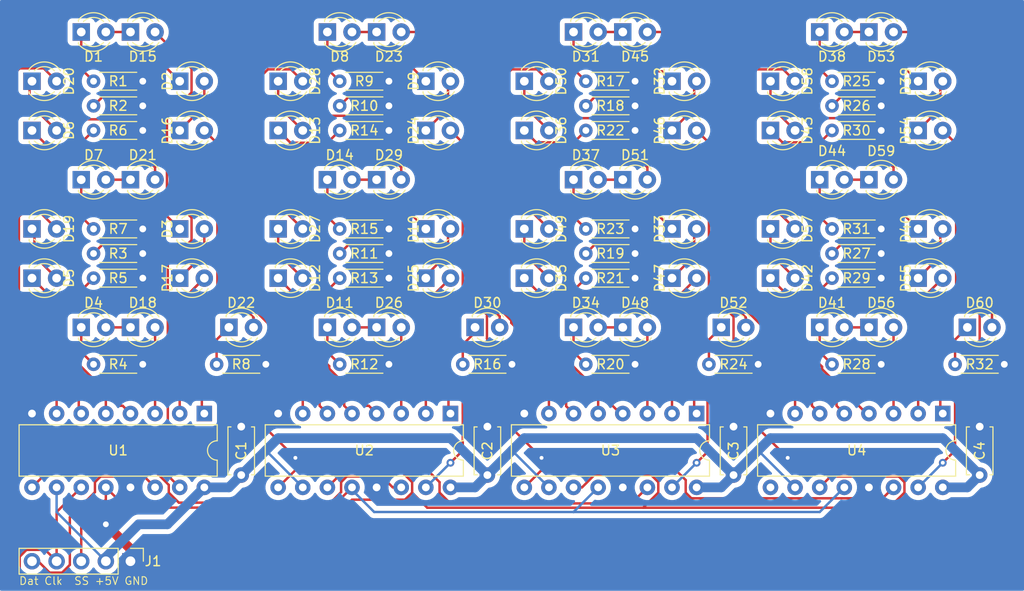
<source format=kicad_pcb>
(kicad_pcb (version 20171130) (host pcbnew 5.1.6+dfsg1-1)
  (layers (0 F.Cu signal) (31 B.Cu signal) (34 B.Paste user) (35 F.Paste user) (36 B.SilkS user) (37 F.SilkS user) (38 B.Mask user) (39 F.Mask user) (44 Edge.Cuts user))
  (net 0 "")
  (net 1 GND)
  (net 2 +5V)
  (net 3 "Net-(D1-Pad2)")
  (net 4 "Net-(D1-Pad1)")
  (net 5 "Net-(D16-Pad1)")
  (net 6 "Net-(D2-Pad1)")
  (net 7 "Net-(D17-Pad1)")
  (net 8 "Net-(D3-Pad1)")
  (net 9 "Net-(D18-Pad1)")
  (net 10 "Net-(D4-Pad1)")
  (net 11 "Net-(D19-Pad1)")
  (net 12 "Net-(D5-Pad1)")
  (net 13 "Net-(D20-Pad1)")
  (net 14 "Net-(D6-Pad1)")
  (net 15 "Net-(D21-Pad1)")
  (net 16 "Net-(D7-Pad1)")
  (net 17 "Net-(D23-Pad1)")
  (net 18 "Net-(D8-Pad1)")
  (net 19 "Net-(D24-Pad1)")
  (net 20 "Net-(D9-Pad1)")
  (net 21 "Net-(D10-Pad2)")
  (net 22 "Net-(D10-Pad1)")
  (net 23 "Net-(D11-Pad2)")
  (net 24 "Net-(D11-Pad1)")
  (net 25 "Net-(D12-Pad2)")
  (net 26 "Net-(D12-Pad1)")
  (net 27 "Net-(D13-Pad2)")
  (net 28 "Net-(D13-Pad1)")
  (net 29 "Net-(D14-Pad2)")
  (net 30 "Net-(D14-Pad1)")
  (net 31 "Net-(D15-Pad2)")
  (net 32 "Net-(D16-Pad2)")
  (net 33 "Net-(D17-Pad2)")
  (net 34 "Net-(D18-Pad2)")
  (net 35 "Net-(D19-Pad2)")
  (net 36 "Net-(D20-Pad2)")
  (net 37 "Net-(D21-Pad2)")
  (net 38 "Net-(D22-Pad2)")
  (net 39 "Net-(D22-Pad1)")
  (net 40 "Net-(D23-Pad2)")
  (net 41 "Net-(D24-Pad2)")
  (net 42 "Net-(D25-Pad2)")
  (net 43 "Net-(D26-Pad2)")
  (net 44 "Net-(D27-Pad2)")
  (net 45 "Net-(D28-Pad2)")
  (net 46 "Net-(D29-Pad2)")
  (net 47 "Net-(D30-Pad2)")
  (net 48 "Net-(D30-Pad1)")
  (net 49 "Net-(D31-Pad2)")
  (net 50 "Net-(D31-Pad1)")
  (net 51 "Net-(D32-Pad2)")
  (net 52 "Net-(D32-Pad1)")
  (net 53 "Net-(D33-Pad2)")
  (net 54 "Net-(D33-Pad1)")
  (net 55 "Net-(D34-Pad2)")
  (net 56 "Net-(D34-Pad1)")
  (net 57 "Net-(D35-Pad2)")
  (net 58 "Net-(D35-Pad1)")
  (net 59 "Net-(D36-Pad2)")
  (net 60 "Net-(D36-Pad1)")
  (net 61 "Net-(D37-Pad2)")
  (net 62 "Net-(D37-Pad1)")
  (net 63 "Net-(D38-Pad2)")
  (net 64 "Net-(D38-Pad1)")
  (net 65 "Net-(D39-Pad2)")
  (net 66 "Net-(D39-Pad1)")
  (net 67 "Net-(D40-Pad2)")
  (net 68 "Net-(D40-Pad1)")
  (net 69 "Net-(D41-Pad2)")
  (net 70 "Net-(D41-Pad1)")
  (net 71 "Net-(D42-Pad2)")
  (net 72 "Net-(D42-Pad1)")
  (net 73 "Net-(D43-Pad2)")
  (net 74 "Net-(D43-Pad1)")
  (net 75 "Net-(D44-Pad2)")
  (net 76 "Net-(D44-Pad1)")
  (net 77 "Net-(D45-Pad2)")
  (net 78 "Net-(D46-Pad2)")
  (net 79 "Net-(D47-Pad2)")
  (net 80 "Net-(D48-Pad2)")
  (net 81 "Net-(D49-Pad2)")
  (net 82 "Net-(D50-Pad2)")
  (net 83 "Net-(D51-Pad2)")
  (net 84 "Net-(D52-Pad2)")
  (net 85 "Net-(D52-Pad1)")
  (net 86 "Net-(D53-Pad2)")
  (net 87 "Net-(D54-Pad2)")
  (net 88 "Net-(D55-Pad2)")
  (net 89 "Net-(D56-Pad2)")
  (net 90 "Net-(D57-Pad2)")
  (net 91 "Net-(D58-Pad2)")
  (net 92 "Net-(D59-Pad2)")
  (net 93 "Net-(D60-Pad2)")
  (net 94 "Net-(D60-Pad1)")
  (net 95 MOSI)
  (net 96 CLK)
  (net 97 SS)
  (net 98 D2)
  (net 99 D3)
  (net 100 D4)
  (net 101 "Net-(U4-Pad9)")
  (module Package_DIP:DIP-16_W7.62mm (layer F.Cu) (at 97.79 101.6 270)
    (fp_text reference U1 (at 3.81 8.89 180) (layer F.SilkS))
    (fp_text value 74HC595)
    (pad 16 thru_hole oval (at 7.62 0 270) (size 1.6 1.6) (drill 0.8) (layers *.Cu *.Mask) (net 2 +5V))
    (pad 8 thru_hole oval (at 0 17.78 270) (size 1.6 1.6) (drill 0.8) (layers *.Cu *.Mask) (net 1 GND))
    (pad 15 thru_hole oval (at 7.62 2.54 270) (size 1.6 1.6) (drill 0.8) (layers *.Cu *.Mask) (net 31 "Net-(D15-Pad2)"))
    (pad 7 thru_hole oval (at 0 15.24 270) (size 1.6 1.6) (drill 0.8) (layers *.Cu *.Mask) (net 38 "Net-(D22-Pad2)"))
    (pad 14 thru_hole oval (at 7.62 5.08 270) (size 1.6 1.6) (drill 0.8) (layers *.Cu *.Mask) (net 95 MOSI))
    (pad 6 thru_hole oval (at 0 12.7 270) (size 1.6 1.6) (drill 0.8) (layers *.Cu *.Mask) (net 37 "Net-(D21-Pad2)"))
    (pad 13 thru_hole oval (at 7.62 7.62 270) (size 1.6 1.6) (drill 0.8) (layers *.Cu *.Mask) (net 1 GND))
    (pad 5 thru_hole oval (at 0 10.16 270) (size 1.6 1.6) (drill 0.8) (layers *.Cu *.Mask) (net 36 "Net-(D20-Pad2)"))
    (pad 12 thru_hole oval (at 7.62 10.16 270) (size 1.6 1.6) (drill 0.8) (layers *.Cu *.Mask) (net 97 SS))
    (pad 4 thru_hole oval (at 0 7.62 270) (size 1.6 1.6) (drill 0.8) (layers *.Cu *.Mask) (net 35 "Net-(D19-Pad2)"))
    (pad 11 thru_hole oval (at 7.62 12.7 270) (size 1.6 1.6) (drill 0.8) (layers *.Cu *.Mask) (net 96 CLK))
    (pad 3 thru_hole oval (at 0 5.08 270) (size 1.6 1.6) (drill 0.8) (layers *.Cu *.Mask) (net 34 "Net-(D18-Pad2)"))
    (pad 10 thru_hole oval (at 7.62 15.24 270) (size 1.6 1.6) (drill 0.8) (layers *.Cu *.Mask) (net 2 +5V))
    (pad 2 thru_hole oval (at 0 2.54 270) (size 1.6 1.6) (drill 0.8) (layers *.Cu *.Mask) (net 33 "Net-(D17-Pad2)"))
    (pad 9 thru_hole oval (at 7.62 17.78 270) (size 1.6 1.6) (drill 0.8) (layers *.Cu *.Mask) (net 98 D2))
    (pad 1 thru_hole rect (at 0 0 270) (size 1.6 1.6) (drill 0.8) (layers *.Cu *.Mask) (net 32 "Net-(D16-Pad2)"))
  )
  (module Package_DIP:DIP-16_W7.62mm (layer F.Cu) (at 173.99 101.6 270)
    (fp_text reference U4 (at 3.81 8.89 180) (layer F.SilkS))
    (fp_text value 74HC595)
    (pad 16 thru_hole oval (at 7.62 0 270) (size 1.6 1.6) (drill 0.8) (layers *.Cu *.Mask) (net 2 +5V))
    (pad 8 thru_hole oval (at 0 17.78 270) (size 1.6 1.6) (drill 0.8) (layers *.Cu *.Mask) (net 1 GND))
    (pad 15 thru_hole oval (at 7.62 2.54 270) (size 1.6 1.6) (drill 0.8) (layers *.Cu *.Mask) (net 86 "Net-(D53-Pad2)"))
    (pad 7 thru_hole oval (at 0 15.24 270) (size 1.6 1.6) (drill 0.8) (layers *.Cu *.Mask) (net 93 "Net-(D60-Pad2)"))
    (pad 14 thru_hole oval (at 7.62 5.08 270) (size 1.6 1.6) (drill 0.8) (layers *.Cu *.Mask) (net 100 D4))
    (pad 6 thru_hole oval (at 0 12.7 270) (size 1.6 1.6) (drill 0.8) (layers *.Cu *.Mask) (net 92 "Net-(D59-Pad2)"))
    (pad 13 thru_hole oval (at 7.62 7.62 270) (size 1.6 1.6) (drill 0.8) (layers *.Cu *.Mask) (net 1 GND))
    (pad 5 thru_hole oval (at 0 10.16 270) (size 1.6 1.6) (drill 0.8) (layers *.Cu *.Mask) (net 91 "Net-(D58-Pad2)"))
    (pad 12 thru_hole oval (at 7.62 10.16 270) (size 1.6 1.6) (drill 0.8) (layers *.Cu *.Mask) (net 97 SS))
    (pad 4 thru_hole oval (at 0 7.62 270) (size 1.6 1.6) (drill 0.8) (layers *.Cu *.Mask) (net 90 "Net-(D57-Pad2)"))
    (pad 11 thru_hole oval (at 7.62 12.7 270) (size 1.6 1.6) (drill 0.8) (layers *.Cu *.Mask) (net 96 CLK))
    (pad 3 thru_hole oval (at 0 5.08 270) (size 1.6 1.6) (drill 0.8) (layers *.Cu *.Mask) (net 89 "Net-(D56-Pad2)"))
    (pad 10 thru_hole oval (at 7.62 15.24 270) (size 1.6 1.6) (drill 0.8) (layers *.Cu *.Mask) (net 2 +5V))
    (pad 2 thru_hole oval (at 0 2.54 270) (size 1.6 1.6) (drill 0.8) (layers *.Cu *.Mask) (net 88 "Net-(D55-Pad2)"))
    (pad 9 thru_hole oval (at 7.62 17.78 270) (size 1.6 1.6) (drill 0.8) (layers *.Cu *.Mask) (net 101 "Net-(U4-Pad9)"))
    (pad 1 thru_hole rect (at 0 0 270) (size 1.6 1.6) (drill 0.8) (layers *.Cu *.Mask) (net 87 "Net-(D54-Pad2)"))
  )
  (module Package_DIP:DIP-16_W7.62mm (layer F.Cu) (at 148.59 101.6 270)
    (fp_text reference U3 (at 3.81 8.89 180) (layer F.SilkS))
    (fp_text value 74HC595)
    (pad 16 thru_hole oval (at 7.62 0 270) (size 1.6 1.6) (drill 0.8) (layers *.Cu *.Mask) (net 2 +5V))
    (pad 8 thru_hole oval (at 0 17.78 270) (size 1.6 1.6) (drill 0.8) (layers *.Cu *.Mask) (net 1 GND))
    (pad 15 thru_hole oval (at 7.62 2.54 270) (size 1.6 1.6) (drill 0.8) (layers *.Cu *.Mask) (net 77 "Net-(D45-Pad2)"))
    (pad 7 thru_hole oval (at 0 15.24 270) (size 1.6 1.6) (drill 0.8) (layers *.Cu *.Mask) (net 84 "Net-(D52-Pad2)"))
    (pad 14 thru_hole oval (at 7.62 5.08 270) (size 1.6 1.6) (drill 0.8) (layers *.Cu *.Mask) (net 99 D3))
    (pad 6 thru_hole oval (at 0 12.7 270) (size 1.6 1.6) (drill 0.8) (layers *.Cu *.Mask) (net 83 "Net-(D51-Pad2)"))
    (pad 13 thru_hole oval (at 7.62 7.62 270) (size 1.6 1.6) (drill 0.8) (layers *.Cu *.Mask) (net 1 GND))
    (pad 5 thru_hole oval (at 0 10.16 270) (size 1.6 1.6) (drill 0.8) (layers *.Cu *.Mask) (net 82 "Net-(D50-Pad2)"))
    (pad 12 thru_hole oval (at 7.62 10.16 270) (size 1.6 1.6) (drill 0.8) (layers *.Cu *.Mask) (net 97 SS))
    (pad 4 thru_hole oval (at 0 7.62 270) (size 1.6 1.6) (drill 0.8) (layers *.Cu *.Mask) (net 81 "Net-(D49-Pad2)"))
    (pad 11 thru_hole oval (at 7.62 12.7 270) (size 1.6 1.6) (drill 0.8) (layers *.Cu *.Mask) (net 96 CLK))
    (pad 3 thru_hole oval (at 0 5.08 270) (size 1.6 1.6) (drill 0.8) (layers *.Cu *.Mask) (net 80 "Net-(D48-Pad2)"))
    (pad 10 thru_hole oval (at 7.62 15.24 270) (size 1.6 1.6) (drill 0.8) (layers *.Cu *.Mask) (net 2 +5V))
    (pad 2 thru_hole oval (at 0 2.54 270) (size 1.6 1.6) (drill 0.8) (layers *.Cu *.Mask) (net 79 "Net-(D47-Pad2)"))
    (pad 9 thru_hole oval (at 7.62 17.78 270) (size 1.6 1.6) (drill 0.8) (layers *.Cu *.Mask) (net 100 D4))
    (pad 1 thru_hole rect (at 0 0 270) (size 1.6 1.6) (drill 0.8) (layers *.Cu *.Mask) (net 78 "Net-(D46-Pad2)"))
  )
  (module Connector_PinHeader_2.54mm:PinHeader_1x05_P2.54mm_Vertical (layer F.Cu) (at 90.17 116.84 270)
    (fp_text reference J1 (at 0 -2.33 180) (layer F.SilkS))
    (fp_text value Conn_01x05_Male)
    (pad 5 thru_hole oval (at 0 10.16 270) (size 1.7 1.7) (drill 1) (layers *.Cu *.Mask) (net 95 MOSI))
    (pad 4 thru_hole oval (at 0 7.62 270) (size 1.7 1.7) (drill 1) (layers *.Cu *.Mask) (net 96 CLK))
    (pad 3 thru_hole oval (at 0 5.08 270) (size 1.7 1.7) (drill 1) (layers *.Cu *.Mask) (net 97 SS))
    (pad 2 thru_hole oval (at 0 2.54 270) (size 1.7 1.7) (drill 1) (layers *.Cu *.Mask) (net 2 +5V))
    (pad 1 thru_hole rect (at 0 0 270) (size 1.7 1.7) (drill 1) (layers *.Cu *.Mask) (net 1 GND))
  )
  (module Package_DIP:DIP-16_W7.62mm (layer F.Cu) (at 123.19 101.6 270)
    (fp_text reference U2 (at 3.81 8.89 180) (layer F.SilkS))
    (fp_text value 74HC595)
    (pad 16 thru_hole oval (at 7.62 0 270) (size 1.6 1.6) (drill 0.8) (layers *.Cu *.Mask) (net 2 +5V))
    (pad 8 thru_hole oval (at 0 17.78 270) (size 1.6 1.6) (drill 0.8) (layers *.Cu *.Mask) (net 1 GND))
    (pad 15 thru_hole oval (at 7.62 2.54 270) (size 1.6 1.6) (drill 0.8) (layers *.Cu *.Mask) (net 40 "Net-(D23-Pad2)"))
    (pad 7 thru_hole oval (at 0 15.24 270) (size 1.6 1.6) (drill 0.8) (layers *.Cu *.Mask) (net 47 "Net-(D30-Pad2)"))
    (pad 14 thru_hole oval (at 7.62 5.08 270) (size 1.6 1.6) (drill 0.8) (layers *.Cu *.Mask) (net 98 D2))
    (pad 6 thru_hole oval (at 0 12.7 270) (size 1.6 1.6) (drill 0.8) (layers *.Cu *.Mask) (net 46 "Net-(D29-Pad2)"))
    (pad 13 thru_hole oval (at 7.62 7.62 270) (size 1.6 1.6) (drill 0.8) (layers *.Cu *.Mask) (net 1 GND))
    (pad 5 thru_hole oval (at 0 10.16 270) (size 1.6 1.6) (drill 0.8) (layers *.Cu *.Mask) (net 45 "Net-(D28-Pad2)"))
    (pad 12 thru_hole oval (at 7.62 10.16 270) (size 1.6 1.6) (drill 0.8) (layers *.Cu *.Mask) (net 97 SS))
    (pad 4 thru_hole oval (at 0 7.62 270) (size 1.6 1.6) (drill 0.8) (layers *.Cu *.Mask) (net 44 "Net-(D27-Pad2)"))
    (pad 11 thru_hole oval (at 7.62 12.7 270) (size 1.6 1.6) (drill 0.8) (layers *.Cu *.Mask) (net 96 CLK))
    (pad 3 thru_hole oval (at 0 5.08 270) (size 1.6 1.6) (drill 0.8) (layers *.Cu *.Mask) (net 43 "Net-(D26-Pad2)"))
    (pad 10 thru_hole oval (at 7.62 15.24 270) (size 1.6 1.6) (drill 0.8) (layers *.Cu *.Mask) (net 2 +5V))
    (pad 2 thru_hole oval (at 0 2.54 270) (size 1.6 1.6) (drill 0.8) (layers *.Cu *.Mask) (net 42 "Net-(D25-Pad2)"))
    (pad 9 thru_hole oval (at 7.62 17.78 270) (size 1.6 1.6) (drill 0.8) (layers *.Cu *.Mask) (net 99 D3))
    (pad 1 thru_hole rect (at 0 0 270) (size 1.6 1.6) (drill 0.8) (layers *.Cu *.Mask) (net 41 "Net-(D24-Pad2)"))
  )
  (module Capacitor_THT:C_Disc_D4.7mm_W2.5mm_P5.00mm (layer F.Cu) (at 177.8 107.95 90)
    (fp_text reference C4 (at 2.5 0 90) (layer F.SilkS))
    (fp_text value 100n)
    (pad 2 thru_hole circle (at 5 0 90) (size 1.6 1.6) (drill 0.8) (layers *.Cu *.Mask) (net 1 GND))
    (pad 1 thru_hole circle (at 0 0 90) (size 1.6 1.6) (drill 0.8) (layers *.Cu *.Mask) (net 2 +5V))
  )
  (module Capacitor_THT:C_Disc_D4.7mm_W2.5mm_P5.00mm (layer F.Cu) (at 152.4 107.95 90)
    (fp_text reference C3 (at 2.5 0 270) (layer F.SilkS))
    (fp_text value 100n)
    (pad 2 thru_hole circle (at 5 0 90) (size 1.6 1.6) (drill 0.8) (layers *.Cu *.Mask) (net 1 GND))
    (pad 1 thru_hole circle (at 0 0 90) (size 1.6 1.6) (drill 0.8) (layers *.Cu *.Mask) (net 2 +5V))
  )
  (module Capacitor_THT:C_Disc_D4.7mm_W2.5mm_P5.00mm (layer F.Cu) (at 101.6 107.95 90)
    (fp_text reference C1 (at 2.5 0 90) (layer F.SilkS))
    (fp_text value 100n)
    (pad 2 thru_hole circle (at 5 0 90) (size 1.6 1.6) (drill 0.8) (layers *.Cu *.Mask) (net 1 GND))
    (pad 1 thru_hole circle (at 0 0 90) (size 1.6 1.6) (drill 0.8) (layers *.Cu *.Mask) (net 2 +5V))
  )
  (module Capacitor_THT:C_Disc_D4.7mm_W2.5mm_P5.00mm (layer F.Cu) (at 127 107.95 90)
    (fp_text reference C2 (at 2.5 0 90) (layer F.SilkS))
    (fp_text value 100n)
    (pad 2 thru_hole circle (at 5 0 90) (size 1.6 1.6) (drill 0.8) (layers *.Cu *.Mask) (net 1 GND))
    (pad 1 thru_hole circle (at 0 0 90) (size 1.6 1.6) (drill 0.8) (layers *.Cu *.Mask) (net 2 +5V))
  )
  (module Resistor_THT:R_Axial_DIN0204_L3.6mm_D1.6mm_P5.08mm_Horizontal (layer F.Cu) (at 175.26 96.52)
    (fp_text reference R32 (at 2.54 0) (layer F.SilkS))
    (fp_text value 2k7)
    (pad 2 thru_hole oval (at 5.08 0) (size 1.4 1.4) (drill 0.7) (layers *.Cu *.Mask) (net 1 GND))
    (pad 1 thru_hole circle (at 0 0) (size 1.4 1.4) (drill 0.7) (layers *.Cu *.Mask) (net 94 "Net-(D60-Pad1)"))
  )
  (module Resistor_THT:R_Axial_DIN0204_L3.6mm_D1.6mm_P5.08mm_Horizontal (layer F.Cu) (at 162.56 82.55)
    (fp_text reference R31 (at 2.54 0) (layer F.SilkS))
    (fp_text value 1k)
    (pad 2 thru_hole oval (at 5.08 0) (size 1.4 1.4) (drill 0.7) (layers *.Cu *.Mask) (net 1 GND))
    (pad 1 thru_hole circle (at 0 0) (size 1.4 1.4) (drill 0.7) (layers *.Cu *.Mask) (net 76 "Net-(D44-Pad1)"))
  )
  (module Resistor_THT:R_Axial_DIN0204_L3.6mm_D1.6mm_P5.08mm_Horizontal (layer F.Cu) (at 162.56 72.39)
    (fp_text reference R30 (at 2.54 0) (layer F.SilkS))
    (fp_text value 1k)
    (pad 2 thru_hole oval (at 5.08 0) (size 1.4 1.4) (drill 0.7) (layers *.Cu *.Mask) (net 1 GND))
    (pad 1 thru_hole circle (at 0 0) (size 1.4 1.4) (drill 0.7) (layers *.Cu *.Mask) (net 74 "Net-(D43-Pad1)"))
  )
  (module Resistor_THT:R_Axial_DIN0204_L3.6mm_D1.6mm_P5.08mm_Horizontal (layer F.Cu) (at 162.56 87.63)
    (fp_text reference R29 (at 2.54 0) (layer F.SilkS))
    (fp_text value 1k)
    (pad 2 thru_hole oval (at 5.08 0) (size 1.4 1.4) (drill 0.7) (layers *.Cu *.Mask) (net 1 GND))
    (pad 1 thru_hole circle (at 0 0) (size 1.4 1.4) (drill 0.7) (layers *.Cu *.Mask) (net 72 "Net-(D42-Pad1)"))
  )
  (module Resistor_THT:R_Axial_DIN0204_L3.6mm_D1.6mm_P5.08mm_Horizontal (layer F.Cu) (at 162.56 96.52)
    (fp_text reference R28 (at 2.54 0) (layer F.SilkS))
    (fp_text value 1k)
    (pad 2 thru_hole oval (at 5.08 0) (size 1.4 1.4) (drill 0.7) (layers *.Cu *.Mask) (net 1 GND))
    (pad 1 thru_hole circle (at 0 0) (size 1.4 1.4) (drill 0.7) (layers *.Cu *.Mask) (net 70 "Net-(D41-Pad1)"))
  )
  (module Resistor_THT:R_Axial_DIN0204_L3.6mm_D1.6mm_P5.08mm_Horizontal (layer F.Cu) (at 162.56 85.09)
    (fp_text reference R27 (at 2.54 0) (layer F.SilkS))
    (fp_text value 1k)
    (pad 2 thru_hole oval (at 5.08 0) (size 1.4 1.4) (drill 0.7) (layers *.Cu *.Mask) (net 1 GND))
    (pad 1 thru_hole circle (at 0 0) (size 1.4 1.4) (drill 0.7) (layers *.Cu *.Mask) (net 68 "Net-(D40-Pad1)"))
  )
  (module Resistor_THT:R_Axial_DIN0204_L3.6mm_D1.6mm_P5.08mm_Horizontal (layer F.Cu) (at 162.56 69.85)
    (fp_text reference R26 (at 2.54 0) (layer F.SilkS))
    (fp_text value 1k)
    (pad 2 thru_hole oval (at 5.08 0) (size 1.4 1.4) (drill 0.7) (layers *.Cu *.Mask) (net 1 GND))
    (pad 1 thru_hole circle (at 0 0) (size 1.4 1.4) (drill 0.7) (layers *.Cu *.Mask) (net 66 "Net-(D39-Pad1)"))
  )
  (module Resistor_THT:R_Axial_DIN0204_L3.6mm_D1.6mm_P5.08mm_Horizontal (layer F.Cu) (at 162.56 67.31)
    (fp_text reference R25 (at 2.54 0) (layer F.SilkS))
    (fp_text value 1k)
    (pad 2 thru_hole oval (at 5.08 0) (size 1.4 1.4) (drill 0.7) (layers *.Cu *.Mask) (net 1 GND))
    (pad 1 thru_hole circle (at 0 0) (size 1.4 1.4) (drill 0.7) (layers *.Cu *.Mask) (net 64 "Net-(D38-Pad1)"))
  )
  (module Resistor_THT:R_Axial_DIN0204_L3.6mm_D1.6mm_P5.08mm_Horizontal (layer F.Cu) (at 149.86 96.52)
    (fp_text reference R24 (at 2.54 0) (layer F.SilkS))
    (fp_text value 2k7)
    (pad 2 thru_hole oval (at 5.08 0) (size 1.4 1.4) (drill 0.7) (layers *.Cu *.Mask) (net 1 GND))
    (pad 1 thru_hole circle (at 0 0) (size 1.4 1.4) (drill 0.7) (layers *.Cu *.Mask) (net 85 "Net-(D52-Pad1)"))
  )
  (module Resistor_THT:R_Axial_DIN0204_L3.6mm_D1.6mm_P5.08mm_Horizontal (layer F.Cu) (at 137.16 82.55)
    (fp_text reference R23 (at 2.54 0) (layer F.SilkS))
    (fp_text value 1k)
    (pad 2 thru_hole oval (at 5.08 0) (size 1.4 1.4) (drill 0.7) (layers *.Cu *.Mask) (net 1 GND))
    (pad 1 thru_hole circle (at 0 0) (size 1.4 1.4) (drill 0.7) (layers *.Cu *.Mask) (net 62 "Net-(D37-Pad1)"))
  )
  (module Resistor_THT:R_Axial_DIN0204_L3.6mm_D1.6mm_P5.08mm_Horizontal (layer F.Cu) (at 137.16 72.39)
    (fp_text reference R22 (at 2.54 0) (layer F.SilkS))
    (fp_text value 1k)
    (pad 2 thru_hole oval (at 5.08 0) (size 1.4 1.4) (drill 0.7) (layers *.Cu *.Mask) (net 1 GND))
    (pad 1 thru_hole circle (at 0 0) (size 1.4 1.4) (drill 0.7) (layers *.Cu *.Mask) (net 60 "Net-(D36-Pad1)"))
  )
  (module Resistor_THT:R_Axial_DIN0204_L3.6mm_D1.6mm_P5.08mm_Horizontal (layer F.Cu) (at 137.16 87.63)
    (fp_text reference R21 (at 2.54 0) (layer F.SilkS))
    (fp_text value 1k)
    (pad 2 thru_hole oval (at 5.08 0) (size 1.4 1.4) (drill 0.7) (layers *.Cu *.Mask) (net 1 GND))
    (pad 1 thru_hole circle (at 0 0) (size 1.4 1.4) (drill 0.7) (layers *.Cu *.Mask) (net 58 "Net-(D35-Pad1)"))
  )
  (module Resistor_THT:R_Axial_DIN0204_L3.6mm_D1.6mm_P5.08mm_Horizontal (layer F.Cu) (at 137.16 96.52)
    (fp_text reference R20 (at 2.54 0) (layer F.SilkS))
    (fp_text value 1k)
    (pad 2 thru_hole oval (at 5.08 0) (size 1.4 1.4) (drill 0.7) (layers *.Cu *.Mask) (net 1 GND))
    (pad 1 thru_hole circle (at 0 0) (size 1.4 1.4) (drill 0.7) (layers *.Cu *.Mask) (net 56 "Net-(D34-Pad1)"))
  )
  (module Resistor_THT:R_Axial_DIN0204_L3.6mm_D1.6mm_P5.08mm_Horizontal (layer F.Cu) (at 137.16 85.09)
    (fp_text reference R19 (at 2.54 0) (layer F.SilkS))
    (fp_text value 1k)
    (pad 2 thru_hole oval (at 5.08 0) (size 1.4 1.4) (drill 0.7) (layers *.Cu *.Mask) (net 1 GND))
    (pad 1 thru_hole circle (at 0 0) (size 1.4 1.4) (drill 0.7) (layers *.Cu *.Mask) (net 54 "Net-(D33-Pad1)"))
  )
  (module Resistor_THT:R_Axial_DIN0204_L3.6mm_D1.6mm_P5.08mm_Horizontal (layer F.Cu) (at 137.16 69.85)
    (fp_text reference R18 (at 2.54 0) (layer F.SilkS))
    (fp_text value 1k)
    (pad 2 thru_hole oval (at 5.08 0) (size 1.4 1.4) (drill 0.7) (layers *.Cu *.Mask) (net 1 GND))
    (pad 1 thru_hole circle (at 0 0) (size 1.4 1.4) (drill 0.7) (layers *.Cu *.Mask) (net 52 "Net-(D32-Pad1)"))
  )
  (module Resistor_THT:R_Axial_DIN0204_L3.6mm_D1.6mm_P5.08mm_Horizontal (layer F.Cu) (at 137.16 67.31)
    (fp_text reference R17 (at 2.54 0) (layer F.SilkS))
    (fp_text value 1k)
    (pad 2 thru_hole oval (at 5.08 0) (size 1.4 1.4) (drill 0.7) (layers *.Cu *.Mask) (net 1 GND))
    (pad 1 thru_hole circle (at 0 0) (size 1.4 1.4) (drill 0.7) (layers *.Cu *.Mask) (net 50 "Net-(D31-Pad1)"))
  )
  (module Resistor_THT:R_Axial_DIN0204_L3.6mm_D1.6mm_P5.08mm_Horizontal (layer F.Cu) (at 124.46 96.52)
    (fp_text reference R16 (at 2.54 0) (layer F.SilkS))
    (fp_text value 2k7)
    (pad 2 thru_hole oval (at 5.08 0) (size 1.4 1.4) (drill 0.7) (layers *.Cu *.Mask) (net 1 GND))
    (pad 1 thru_hole circle (at 0 0) (size 1.4 1.4) (drill 0.7) (layers *.Cu *.Mask) (net 48 "Net-(D30-Pad1)"))
  )
  (module Resistor_THT:R_Axial_DIN0204_L3.6mm_D1.6mm_P5.08mm_Horizontal (layer F.Cu) (at 111.76 82.55)
    (fp_text reference R15 (at 2.54 0) (layer F.SilkS))
    (fp_text value 1k)
    (pad 2 thru_hole oval (at 5.08 0) (size 1.4 1.4) (drill 0.7) (layers *.Cu *.Mask) (net 1 GND))
    (pad 1 thru_hole circle (at 0 0) (size 1.4 1.4) (drill 0.7) (layers *.Cu *.Mask) (net 30 "Net-(D14-Pad1)"))
  )
  (module Resistor_THT:R_Axial_DIN0204_L3.6mm_D1.6mm_P5.08mm_Horizontal (layer F.Cu) (at 111.76 72.39)
    (fp_text reference R14 (at 2.54 0) (layer F.SilkS))
    (fp_text value 1k)
    (pad 2 thru_hole oval (at 5.08 0) (size 1.4 1.4) (drill 0.7) (layers *.Cu *.Mask) (net 1 GND))
    (pad 1 thru_hole circle (at 0 0) (size 1.4 1.4) (drill 0.7) (layers *.Cu *.Mask) (net 28 "Net-(D13-Pad1)"))
  )
  (module Resistor_THT:R_Axial_DIN0204_L3.6mm_D1.6mm_P5.08mm_Horizontal (layer F.Cu) (at 111.76 87.63)
    (fp_text reference R13 (at 2.54 0) (layer F.SilkS))
    (fp_text value 1k)
    (pad 2 thru_hole oval (at 5.08 0) (size 1.4 1.4) (drill 0.7) (layers *.Cu *.Mask) (net 1 GND))
    (pad 1 thru_hole circle (at 0 0) (size 1.4 1.4) (drill 0.7) (layers *.Cu *.Mask) (net 26 "Net-(D12-Pad1)"))
  )
  (module Resistor_THT:R_Axial_DIN0204_L3.6mm_D1.6mm_P5.08mm_Horizontal (layer F.Cu) (at 111.76 96.52)
    (fp_text reference R12 (at 2.54 0) (layer F.SilkS))
    (fp_text value 1k)
    (pad 2 thru_hole oval (at 5.08 0) (size 1.4 1.4) (drill 0.7) (layers *.Cu *.Mask) (net 1 GND))
    (pad 1 thru_hole circle (at 0 0) (size 1.4 1.4) (drill 0.7) (layers *.Cu *.Mask) (net 24 "Net-(D11-Pad1)"))
  )
  (module Resistor_THT:R_Axial_DIN0204_L3.6mm_D1.6mm_P5.08mm_Horizontal (layer F.Cu) (at 111.76 85.09)
    (fp_text reference R11 (at 2.54 0) (layer F.SilkS))
    (fp_text value 1k)
    (pad 2 thru_hole oval (at 5.08 0) (size 1.4 1.4) (drill 0.7) (layers *.Cu *.Mask) (net 1 GND))
    (pad 1 thru_hole circle (at 0 0) (size 1.4 1.4) (drill 0.7) (layers *.Cu *.Mask) (net 22 "Net-(D10-Pad1)"))
  )
  (module Resistor_THT:R_Axial_DIN0204_L3.6mm_D1.6mm_P5.08mm_Horizontal (layer F.Cu) (at 111.76 69.85)
    (fp_text reference R10 (at 2.54 0) (layer F.SilkS))
    (fp_text value 1k)
    (pad 2 thru_hole oval (at 5.08 0) (size 1.4 1.4) (drill 0.7) (layers *.Cu *.Mask) (net 1 GND))
    (pad 1 thru_hole circle (at 0 0) (size 1.4 1.4) (drill 0.7) (layers *.Cu *.Mask) (net 20 "Net-(D9-Pad1)"))
  )
  (module Resistor_THT:R_Axial_DIN0204_L3.6mm_D1.6mm_P5.08mm_Horizontal (layer F.Cu) (at 111.76 67.31)
    (fp_text reference R9 (at 2.54 0) (layer F.SilkS))
    (fp_text value 1k)
    (pad 2 thru_hole oval (at 5.08 0) (size 1.4 1.4) (drill 0.7) (layers *.Cu *.Mask) (net 1 GND))
    (pad 1 thru_hole circle (at 0 0) (size 1.4 1.4) (drill 0.7) (layers *.Cu *.Mask) (net 18 "Net-(D8-Pad1)"))
  )
  (module Resistor_THT:R_Axial_DIN0204_L3.6mm_D1.6mm_P5.08mm_Horizontal (layer F.Cu) (at 99.06 96.52)
    (fp_text reference R8 (at 2.54 0) (layer F.SilkS))
    (fp_text value 2k7)
    (pad 2 thru_hole oval (at 5.08 0) (size 1.4 1.4) (drill 0.7) (layers *.Cu *.Mask) (net 1 GND))
    (pad 1 thru_hole circle (at 0 0) (size 1.4 1.4) (drill 0.7) (layers *.Cu *.Mask) (net 39 "Net-(D22-Pad1)"))
  )
  (module Resistor_THT:R_Axial_DIN0204_L3.6mm_D1.6mm_P5.08mm_Horizontal (layer F.Cu) (at 86.36 82.55)
    (fp_text reference R7 (at 2.54 0) (layer F.SilkS))
    (fp_text value 1k)
    (pad 2 thru_hole oval (at 5.08 0) (size 1.4 1.4) (drill 0.7) (layers *.Cu *.Mask) (net 1 GND))
    (pad 1 thru_hole circle (at 0 0) (size 1.4 1.4) (drill 0.7) (layers *.Cu *.Mask) (net 16 "Net-(D7-Pad1)"))
  )
  (module Resistor_THT:R_Axial_DIN0204_L3.6mm_D1.6mm_P5.08mm_Horizontal (layer F.Cu) (at 86.36 72.39)
    (fp_text reference R6 (at 2.54 0) (layer F.SilkS))
    (fp_text value 1k)
    (pad 2 thru_hole oval (at 5.08 0) (size 1.4 1.4) (drill 0.7) (layers *.Cu *.Mask) (net 1 GND))
    (pad 1 thru_hole circle (at 0 0) (size 1.4 1.4) (drill 0.7) (layers *.Cu *.Mask) (net 14 "Net-(D6-Pad1)"))
  )
  (module Resistor_THT:R_Axial_DIN0204_L3.6mm_D1.6mm_P5.08mm_Horizontal (layer F.Cu) (at 86.36 87.63)
    (fp_text reference R5 (at 2.54 0) (layer F.SilkS))
    (fp_text value 1k)
    (pad 2 thru_hole oval (at 5.08 0) (size 1.4 1.4) (drill 0.7) (layers *.Cu *.Mask) (net 1 GND))
    (pad 1 thru_hole circle (at 0 0) (size 1.4 1.4) (drill 0.7) (layers *.Cu *.Mask) (net 12 "Net-(D5-Pad1)"))
  )
  (module Resistor_THT:R_Axial_DIN0204_L3.6mm_D1.6mm_P5.08mm_Horizontal (layer F.Cu) (at 86.36 96.52)
    (fp_text reference R4 (at 2.54 0) (layer F.SilkS))
    (fp_text value 1k)
    (pad 2 thru_hole oval (at 5.08 0) (size 1.4 1.4) (drill 0.7) (layers *.Cu *.Mask) (net 1 GND))
    (pad 1 thru_hole circle (at 0 0) (size 1.4 1.4) (drill 0.7) (layers *.Cu *.Mask) (net 10 "Net-(D4-Pad1)"))
  )
  (module Resistor_THT:R_Axial_DIN0204_L3.6mm_D1.6mm_P5.08mm_Horizontal (layer F.Cu) (at 86.36 85.09)
    (fp_text reference R3 (at 2.54 0) (layer F.SilkS))
    (fp_text value 1k)
    (pad 2 thru_hole oval (at 5.08 0) (size 1.4 1.4) (drill 0.7) (layers *.Cu *.Mask) (net 1 GND))
    (pad 1 thru_hole circle (at 0 0) (size 1.4 1.4) (drill 0.7) (layers *.Cu *.Mask) (net 8 "Net-(D3-Pad1)"))
  )
  (module Resistor_THT:R_Axial_DIN0204_L3.6mm_D1.6mm_P5.08mm_Horizontal (layer F.Cu) (at 86.36 69.85)
    (fp_text reference R2 (at 2.54 0 180) (layer F.SilkS))
    (fp_text value 1k)
    (pad 2 thru_hole oval (at 5.08 0) (size 1.4 1.4) (drill 0.7) (layers *.Cu *.Mask) (net 1 GND))
    (pad 1 thru_hole circle (at 0 0) (size 1.4 1.4) (drill 0.7) (layers *.Cu *.Mask) (net 6 "Net-(D2-Pad1)"))
  )
  (module Resistor_THT:R_Axial_DIN0204_L3.6mm_D1.6mm_P5.08mm_Horizontal (layer F.Cu) (at 86.36 67.31)
    (fp_text reference R1 (at 2.54 0) (layer F.SilkS))
    (fp_text value 1k)
    (pad 2 thru_hole oval (at 5.08 0) (size 1.4 1.4) (drill 0.7) (layers *.Cu *.Mask) (net 1 GND))
    (pad 1 thru_hole circle (at 0 0) (size 1.4 1.4) (drill 0.7) (layers *.Cu *.Mask) (net 4 "Net-(D1-Pad1)"))
  )
  (module LED_THT:LED_D3.0mm (layer F.Cu) (at 176.53 92.71)
    (fp_text reference D60 (at 1.27 -2.54) (layer F.SilkS))
    (fp_text value LED)
    (pad 2 thru_hole circle (at 2.54 0) (size 1.8 1.8) (drill 0.9) (layers *.Cu *.Mask) (net 93 "Net-(D60-Pad2)"))
    (pad 1 thru_hole rect (at 0 0) (size 1.8 1.8) (drill 0.9) (layers *.Cu *.Mask) (net 94 "Net-(D60-Pad1)"))
  )
  (module LED_THT:LED_D3.0mm (layer F.Cu) (at 166.37 77.47)
    (fp_text reference D59 (at 1.27 -2.96) (layer F.SilkS))
    (fp_text value LED)
    (pad 2 thru_hole circle (at 2.54 0) (size 1.8 1.8) (drill 0.9) (layers *.Cu *.Mask) (net 92 "Net-(D59-Pad2)"))
    (pad 1 thru_hole rect (at 0 0) (size 1.8 1.8) (drill 0.9) (layers *.Cu *.Mask) (net 75 "Net-(D44-Pad2)"))
  )
  (module LED_THT:LED_D3.0mm (layer F.Cu) (at 156.21 67.31)
    (fp_text reference D58 (at 3.81 0 90) (layer F.SilkS))
    (fp_text value LED)
    (pad 2 thru_hole circle (at 2.54 0) (size 1.8 1.8) (drill 0.9) (layers *.Cu *.Mask) (net 91 "Net-(D58-Pad2)"))
    (pad 1 thru_hole rect (at 0 0) (size 1.8 1.8) (drill 0.9) (layers *.Cu *.Mask) (net 73 "Net-(D43-Pad2)"))
  )
  (module LED_THT:LED_D3.0mm (layer F.Cu) (at 156.21 82.55)
    (fp_text reference D57 (at 3.81 0 90) (layer F.SilkS))
    (fp_text value LED)
    (pad 2 thru_hole circle (at 2.54 0) (size 1.8 1.8) (drill 0.9) (layers *.Cu *.Mask) (net 90 "Net-(D57-Pad2)"))
    (pad 1 thru_hole rect (at 0 0) (size 1.8 1.8) (drill 0.9) (layers *.Cu *.Mask) (net 71 "Net-(D42-Pad2)"))
  )
  (module LED_THT:LED_D3.0mm (layer F.Cu) (at 166.37 92.71)
    (fp_text reference D56 (at 1.27 -2.54) (layer F.SilkS))
    (fp_text value LED)
    (pad 2 thru_hole circle (at 2.54 0) (size 1.8 1.8) (drill 0.9) (layers *.Cu *.Mask) (net 89 "Net-(D56-Pad2)"))
    (pad 1 thru_hole rect (at 0 0) (size 1.8 1.8) (drill 0.9) (layers *.Cu *.Mask) (net 69 "Net-(D41-Pad2)"))
  )
  (module LED_THT:LED_D3.0mm (layer F.Cu) (at 171.45 87.63)
    (fp_text reference D55 (at -1.27 0 -90) (layer F.SilkS))
    (fp_text value LED)
    (pad 2 thru_hole circle (at 2.54 0) (size 1.8 1.8) (drill 0.9) (layers *.Cu *.Mask) (net 88 "Net-(D55-Pad2)"))
    (pad 1 thru_hole rect (at 0 0) (size 1.8 1.8) (drill 0.9) (layers *.Cu *.Mask) (net 67 "Net-(D40-Pad2)"))
  )
  (module LED_THT:LED_D3.0mm (layer F.Cu) (at 171.45 72.39)
    (fp_text reference D54 (at -1.27 0 -90) (layer F.SilkS))
    (fp_text value LED)
    (pad 2 thru_hole circle (at 2.54 0) (size 1.8 1.8) (drill 0.9) (layers *.Cu *.Mask) (net 87 "Net-(D54-Pad2)"))
    (pad 1 thru_hole rect (at 0 0) (size 1.8 1.8) (drill 0.9) (layers *.Cu *.Mask) (net 65 "Net-(D39-Pad2)"))
  )
  (module LED_THT:LED_D3.0mm (layer F.Cu) (at 166.37 62.23)
    (fp_text reference D53 (at 1.27 2.54) (layer F.SilkS))
    (fp_text value LED)
    (pad 2 thru_hole circle (at 2.54 0) (size 1.8 1.8) (drill 0.9) (layers *.Cu *.Mask) (net 86 "Net-(D53-Pad2)"))
    (pad 1 thru_hole rect (at 0 0) (size 1.8 1.8) (drill 0.9) (layers *.Cu *.Mask) (net 63 "Net-(D38-Pad2)"))
  )
  (module LED_THT:LED_D3.0mm (layer F.Cu) (at 151.13 92.71)
    (fp_text reference D52 (at 1.27 -2.54) (layer F.SilkS))
    (fp_text value LED)
    (pad 2 thru_hole circle (at 2.54 0) (size 1.8 1.8) (drill 0.9) (layers *.Cu *.Mask) (net 84 "Net-(D52-Pad2)"))
    (pad 1 thru_hole rect (at 0 0) (size 1.8 1.8) (drill 0.9) (layers *.Cu *.Mask) (net 85 "Net-(D52-Pad1)"))
  )
  (module LED_THT:LED_D3.0mm (layer F.Cu) (at 140.97 77.47)
    (fp_text reference D51 (at 1.27 -2.54) (layer F.SilkS))
    (fp_text value LED)
    (pad 2 thru_hole circle (at 2.54 0) (size 1.8 1.8) (drill 0.9) (layers *.Cu *.Mask) (net 83 "Net-(D51-Pad2)"))
    (pad 1 thru_hole rect (at 0 0) (size 1.8 1.8) (drill 0.9) (layers *.Cu *.Mask) (net 61 "Net-(D37-Pad2)"))
  )
  (module LED_THT:LED_D3.0mm (layer F.Cu) (at 130.81 67.31)
    (fp_text reference D50 (at 3.81 0 90) (layer F.SilkS))
    (fp_text value LED)
    (pad 2 thru_hole circle (at 2.54 0) (size 1.8 1.8) (drill 0.9) (layers *.Cu *.Mask) (net 82 "Net-(D50-Pad2)"))
    (pad 1 thru_hole rect (at 0 0) (size 1.8 1.8) (drill 0.9) (layers *.Cu *.Mask) (net 59 "Net-(D36-Pad2)"))
  )
  (module LED_THT:LED_D3.0mm (layer F.Cu) (at 130.81 82.55)
    (fp_text reference D49 (at 3.81 0 90) (layer F.SilkS))
    (fp_text value LED)
    (pad 2 thru_hole circle (at 2.54 0) (size 1.8 1.8) (drill 0.9) (layers *.Cu *.Mask) (net 81 "Net-(D49-Pad2)"))
    (pad 1 thru_hole rect (at 0 0) (size 1.8 1.8) (drill 0.9) (layers *.Cu *.Mask) (net 57 "Net-(D35-Pad2)"))
  )
  (module LED_THT:LED_D3.0mm (layer F.Cu) (at 140.97 92.71)
    (fp_text reference D48 (at 1.27 -2.54) (layer F.SilkS))
    (fp_text value LED)
    (pad 2 thru_hole circle (at 2.54 0) (size 1.8 1.8) (drill 0.9) (layers *.Cu *.Mask) (net 80 "Net-(D48-Pad2)"))
    (pad 1 thru_hole rect (at 0 0) (size 1.8 1.8) (drill 0.9) (layers *.Cu *.Mask) (net 55 "Net-(D34-Pad2)"))
  )
  (module LED_THT:LED_D3.0mm (layer F.Cu) (at 146.05 87.63)
    (fp_text reference D47 (at -1.27 0 -90) (layer F.SilkS))
    (fp_text value LED)
    (pad 2 thru_hole circle (at 2.54 0) (size 1.8 1.8) (drill 0.9) (layers *.Cu *.Mask) (net 79 "Net-(D47-Pad2)"))
    (pad 1 thru_hole rect (at 0 0) (size 1.8 1.8) (drill 0.9) (layers *.Cu *.Mask) (net 53 "Net-(D33-Pad2)"))
  )
  (module LED_THT:LED_D3.0mm (layer F.Cu) (at 146.05 72.39)
    (fp_text reference D46 (at -1.27 0 -90) (layer F.SilkS))
    (fp_text value LED)
    (pad 2 thru_hole circle (at 2.54 0) (size 1.8 1.8) (drill 0.9) (layers *.Cu *.Mask) (net 78 "Net-(D46-Pad2)"))
    (pad 1 thru_hole rect (at 0 0) (size 1.8 1.8) (drill 0.9) (layers *.Cu *.Mask) (net 51 "Net-(D32-Pad2)"))
  )
  (module LED_THT:LED_D3.0mm (layer F.Cu) (at 140.97 62.23)
    (fp_text reference D45 (at 1.27 2.54) (layer F.SilkS))
    (fp_text value LED)
    (pad 2 thru_hole circle (at 2.54 0) (size 1.8 1.8) (drill 0.9) (layers *.Cu *.Mask) (net 77 "Net-(D45-Pad2)"))
    (pad 1 thru_hole rect (at 0 0) (size 1.8 1.8) (drill 0.9) (layers *.Cu *.Mask) (net 49 "Net-(D31-Pad2)"))
  )
  (module LED_THT:LED_D3.0mm (layer F.Cu) (at 161.29 77.47)
    (fp_text reference D44 (at 1.27 -2.96) (layer F.SilkS))
    (fp_text value LED)
    (pad 2 thru_hole circle (at 2.54 0) (size 1.8 1.8) (drill 0.9) (layers *.Cu *.Mask) (net 75 "Net-(D44-Pad2)"))
    (pad 1 thru_hole rect (at 0 0) (size 1.8 1.8) (drill 0.9) (layers *.Cu *.Mask) (net 76 "Net-(D44-Pad1)"))
  )
  (module LED_THT:LED_D3.0mm (layer F.Cu) (at 156.21 72.39)
    (fp_text reference D43 (at 3.81 0 90) (layer F.SilkS))
    (fp_text value LED)
    (pad 2 thru_hole circle (at 2.54 0) (size 1.8 1.8) (drill 0.9) (layers *.Cu *.Mask) (net 73 "Net-(D43-Pad2)"))
    (pad 1 thru_hole rect (at 0 0) (size 1.8 1.8) (drill 0.9) (layers *.Cu *.Mask) (net 74 "Net-(D43-Pad1)"))
  )
  (module LED_THT:LED_D3.0mm (layer F.Cu) (at 156.21 87.63)
    (fp_text reference D42 (at 3.81 0 90) (layer F.SilkS))
    (fp_text value LED)
    (pad 2 thru_hole circle (at 2.54 0) (size 1.8 1.8) (drill 0.9) (layers *.Cu *.Mask) (net 71 "Net-(D42-Pad2)"))
    (pad 1 thru_hole rect (at 0 0) (size 1.8 1.8) (drill 0.9) (layers *.Cu *.Mask) (net 72 "Net-(D42-Pad1)"))
  )
  (module LED_THT:LED_D3.0mm (layer F.Cu) (at 161.29 92.71)
    (fp_text reference D41 (at 1.27 -2.54) (layer F.SilkS))
    (fp_text value LED)
    (pad 2 thru_hole circle (at 2.54 0) (size 1.8 1.8) (drill 0.9) (layers *.Cu *.Mask) (net 69 "Net-(D41-Pad2)"))
    (pad 1 thru_hole rect (at 0 0) (size 1.8 1.8) (drill 0.9) (layers *.Cu *.Mask) (net 70 "Net-(D41-Pad1)"))
  )
  (module LED_THT:LED_D3.0mm (layer F.Cu) (at 171.45 82.55)
    (fp_text reference D40 (at -1.27 0 -90) (layer F.SilkS))
    (fp_text value LED)
    (pad 2 thru_hole circle (at 2.54 0) (size 1.8 1.8) (drill 0.9) (layers *.Cu *.Mask) (net 67 "Net-(D40-Pad2)"))
    (pad 1 thru_hole rect (at 0 0) (size 1.8 1.8) (drill 0.9) (layers *.Cu *.Mask) (net 68 "Net-(D40-Pad1)"))
  )
  (module LED_THT:LED_D3.0mm (layer F.Cu) (at 171.45 67.31)
    (fp_text reference D39 (at -1.27 0 -90) (layer F.SilkS))
    (fp_text value LED)
    (pad 2 thru_hole circle (at 2.54 0) (size 1.8 1.8) (drill 0.9) (layers *.Cu *.Mask) (net 65 "Net-(D39-Pad2)"))
    (pad 1 thru_hole rect (at 0 0) (size 1.8 1.8) (drill 0.9) (layers *.Cu *.Mask) (net 66 "Net-(D39-Pad1)"))
  )
  (module LED_THT:LED_D3.0mm (layer F.Cu) (at 161.29 62.23)
    (fp_text reference D38 (at 1.27 2.54) (layer F.SilkS))
    (fp_text value LED)
    (pad 2 thru_hole circle (at 2.54 0) (size 1.8 1.8) (drill 0.9) (layers *.Cu *.Mask) (net 63 "Net-(D38-Pad2)"))
    (pad 1 thru_hole rect (at 0 0) (size 1.8 1.8) (drill 0.9) (layers *.Cu *.Mask) (net 64 "Net-(D38-Pad1)"))
  )
  (module LED_THT:LED_D3.0mm (layer F.Cu) (at 135.89 77.47)
    (fp_text reference D37 (at 1.27 -2.54) (layer F.SilkS))
    (fp_text value LED)
    (pad 2 thru_hole circle (at 2.54 0) (size 1.8 1.8) (drill 0.9) (layers *.Cu *.Mask) (net 61 "Net-(D37-Pad2)"))
    (pad 1 thru_hole rect (at 0 0) (size 1.8 1.8) (drill 0.9) (layers *.Cu *.Mask) (net 62 "Net-(D37-Pad1)"))
  )
  (module LED_THT:LED_D3.0mm (layer F.Cu) (at 130.81 72.39)
    (fp_text reference D36 (at 3.81 0 90) (layer F.SilkS))
    (fp_text value LED)
    (pad 2 thru_hole circle (at 2.54 0) (size 1.8 1.8) (drill 0.9) (layers *.Cu *.Mask) (net 59 "Net-(D36-Pad2)"))
    (pad 1 thru_hole rect (at 0 0) (size 1.8 1.8) (drill 0.9) (layers *.Cu *.Mask) (net 60 "Net-(D36-Pad1)"))
  )
  (module LED_THT:LED_D3.0mm (layer F.Cu) (at 130.81 87.63)
    (fp_text reference D35 (at 3.81 0 90) (layer F.SilkS))
    (fp_text value LED)
    (pad 2 thru_hole circle (at 2.54 0) (size 1.8 1.8) (drill 0.9) (layers *.Cu *.Mask) (net 57 "Net-(D35-Pad2)"))
    (pad 1 thru_hole rect (at 0 0) (size 1.8 1.8) (drill 0.9) (layers *.Cu *.Mask) (net 58 "Net-(D35-Pad1)"))
  )
  (module LED_THT:LED_D3.0mm (layer F.Cu) (at 135.89 92.71)
    (fp_text reference D34 (at 1.27 -2.54) (layer F.SilkS))
    (fp_text value LED)
    (pad 2 thru_hole circle (at 2.54 0) (size 1.8 1.8) (drill 0.9) (layers *.Cu *.Mask) (net 55 "Net-(D34-Pad2)"))
    (pad 1 thru_hole rect (at 0 0) (size 1.8 1.8) (drill 0.9) (layers *.Cu *.Mask) (net 56 "Net-(D34-Pad1)"))
  )
  (module LED_THT:LED_D3.0mm (layer F.Cu) (at 146.05 82.55)
    (fp_text reference D33 (at -1.27 0 -90) (layer F.SilkS))
    (fp_text value LED)
    (pad 2 thru_hole circle (at 2.54 0) (size 1.8 1.8) (drill 0.9) (layers *.Cu *.Mask) (net 53 "Net-(D33-Pad2)"))
    (pad 1 thru_hole rect (at 0 0) (size 1.8 1.8) (drill 0.9) (layers *.Cu *.Mask) (net 54 "Net-(D33-Pad1)"))
  )
  (module LED_THT:LED_D3.0mm (layer F.Cu) (at 146.05 67.31)
    (fp_text reference D32 (at -1.27 0 -90) (layer F.SilkS))
    (fp_text value LED)
    (pad 2 thru_hole circle (at 2.54 0) (size 1.8 1.8) (drill 0.9) (layers *.Cu *.Mask) (net 51 "Net-(D32-Pad2)"))
    (pad 1 thru_hole rect (at 0 0) (size 1.8 1.8) (drill 0.9) (layers *.Cu *.Mask) (net 52 "Net-(D32-Pad1)"))
  )
  (module LED_THT:LED_D3.0mm (layer F.Cu) (at 135.89 62.23)
    (fp_text reference D31 (at 1.27 2.54) (layer F.SilkS))
    (fp_text value LED)
    (pad 2 thru_hole circle (at 2.54 0) (size 1.8 1.8) (drill 0.9) (layers *.Cu *.Mask) (net 49 "Net-(D31-Pad2)"))
    (pad 1 thru_hole rect (at 0 0) (size 1.8 1.8) (drill 0.9) (layers *.Cu *.Mask) (net 50 "Net-(D31-Pad1)"))
  )
  (module LED_THT:LED_D3.0mm (layer F.Cu) (at 125.73 92.71)
    (fp_text reference D30 (at 1.27 -2.54) (layer F.SilkS))
    (fp_text value LED)
    (pad 2 thru_hole circle (at 2.54 0) (size 1.8 1.8) (drill 0.9) (layers *.Cu *.Mask) (net 47 "Net-(D30-Pad2)"))
    (pad 1 thru_hole rect (at 0 0) (size 1.8 1.8) (drill 0.9) (layers *.Cu *.Mask) (net 48 "Net-(D30-Pad1)"))
  )
  (module LED_THT:LED_D3.0mm (layer F.Cu) (at 115.57 77.47)
    (fp_text reference D29 (at 1.27 -2.54) (layer F.SilkS))
    (fp_text value LED)
    (pad 2 thru_hole circle (at 2.54 0) (size 1.8 1.8) (drill 0.9) (layers *.Cu *.Mask) (net 46 "Net-(D29-Pad2)"))
    (pad 1 thru_hole rect (at 0 0) (size 1.8 1.8) (drill 0.9) (layers *.Cu *.Mask) (net 29 "Net-(D14-Pad2)"))
  )
  (module LED_THT:LED_D3.0mm (layer F.Cu) (at 105.41 67.31)
    (fp_text reference D28 (at 3.81 0 90) (layer F.SilkS))
    (fp_text value LED)
    (pad 2 thru_hole circle (at 2.54 0) (size 1.8 1.8) (drill 0.9) (layers *.Cu *.Mask) (net 45 "Net-(D28-Pad2)"))
    (pad 1 thru_hole rect (at 0 0) (size 1.8 1.8) (drill 0.9) (layers *.Cu *.Mask) (net 27 "Net-(D13-Pad2)"))
  )
  (module LED_THT:LED_D3.0mm (layer F.Cu) (at 105.41 82.55)
    (fp_text reference D27 (at 3.81 0 90) (layer F.SilkS))
    (fp_text value LED)
    (pad 2 thru_hole circle (at 2.54 0) (size 1.8 1.8) (drill 0.9) (layers *.Cu *.Mask) (net 44 "Net-(D27-Pad2)"))
    (pad 1 thru_hole rect (at 0 0) (size 1.8 1.8) (drill 0.9) (layers *.Cu *.Mask) (net 25 "Net-(D12-Pad2)"))
  )
  (module LED_THT:LED_D3.0mm (layer F.Cu) (at 115.57 92.71)
    (fp_text reference D26 (at 1.27 -2.54) (layer F.SilkS))
    (fp_text value LED)
    (pad 2 thru_hole circle (at 2.54 0) (size 1.8 1.8) (drill 0.9) (layers *.Cu *.Mask) (net 43 "Net-(D26-Pad2)"))
    (pad 1 thru_hole rect (at 0 0) (size 1.8 1.8) (drill 0.9) (layers *.Cu *.Mask) (net 23 "Net-(D11-Pad2)"))
  )
  (module LED_THT:LED_D3.0mm (layer F.Cu) (at 120.65 87.63)
    (fp_text reference D25 (at -1.27 0 -90) (layer F.SilkS))
    (fp_text value LED)
    (pad 2 thru_hole circle (at 2.54 0) (size 1.8 1.8) (drill 0.9) (layers *.Cu *.Mask) (net 42 "Net-(D25-Pad2)"))
    (pad 1 thru_hole rect (at 0 0) (size 1.8 1.8) (drill 0.9) (layers *.Cu *.Mask) (net 21 "Net-(D10-Pad2)"))
  )
  (module LED_THT:LED_D3.0mm (layer F.Cu) (at 120.65 72.39)
    (fp_text reference D24 (at -1.27 0 -90) (layer F.SilkS))
    (fp_text value LED)
    (pad 2 thru_hole circle (at 2.54 0) (size 1.8 1.8) (drill 0.9) (layers *.Cu *.Mask) (net 41 "Net-(D24-Pad2)"))
    (pad 1 thru_hole rect (at 0 0) (size 1.8 1.8) (drill 0.9) (layers *.Cu *.Mask) (net 19 "Net-(D24-Pad1)"))
  )
  (module LED_THT:LED_D3.0mm (layer F.Cu) (at 115.57 62.23)
    (fp_text reference D23 (at 1.27 2.54) (layer F.SilkS))
    (fp_text value LED)
    (pad 2 thru_hole circle (at 2.54 0) (size 1.8 1.8) (drill 0.9) (layers *.Cu *.Mask) (net 40 "Net-(D23-Pad2)"))
    (pad 1 thru_hole rect (at 0 0) (size 1.8 1.8) (drill 0.9) (layers *.Cu *.Mask) (net 17 "Net-(D23-Pad1)"))
  )
  (module LED_THT:LED_D3.0mm (layer F.Cu) (at 100.33 92.71)
    (fp_text reference D22 (at 1.27 -2.54) (layer F.SilkS))
    (fp_text value LED)
    (pad 2 thru_hole circle (at 2.54 0) (size 1.8 1.8) (drill 0.9) (layers *.Cu *.Mask) (net 38 "Net-(D22-Pad2)"))
    (pad 1 thru_hole rect (at 0 0) (size 1.8 1.8) (drill 0.9) (layers *.Cu *.Mask) (net 39 "Net-(D22-Pad1)"))
  )
  (module LED_THT:LED_D3.0mm (layer F.Cu) (at 90.17 77.47)
    (fp_text reference D21 (at 1.27 -2.54) (layer F.SilkS))
    (fp_text value LED)
    (pad 2 thru_hole circle (at 2.54 0) (size 1.8 1.8) (drill 0.9) (layers *.Cu *.Mask) (net 37 "Net-(D21-Pad2)"))
    (pad 1 thru_hole rect (at 0 0) (size 1.8 1.8) (drill 0.9) (layers *.Cu *.Mask) (net 15 "Net-(D21-Pad1)"))
  )
  (module LED_THT:LED_D3.0mm (layer F.Cu) (at 80.01 67.31)
    (fp_text reference D20 (at 3.81 0 90) (layer F.SilkS))
    (fp_text value LED)
    (pad 2 thru_hole circle (at 2.54 0) (size 1.8 1.8) (drill 0.9) (layers *.Cu *.Mask) (net 36 "Net-(D20-Pad2)"))
    (pad 1 thru_hole rect (at 0 0) (size 1.8 1.8) (drill 0.9) (layers *.Cu *.Mask) (net 13 "Net-(D20-Pad1)"))
  )
  (module LED_THT:LED_D3.0mm (layer F.Cu) (at 80.01 82.55)
    (fp_text reference D19 (at 3.81 0 270) (layer F.SilkS))
    (fp_text value LED)
    (pad 2 thru_hole circle (at 2.54 0) (size 1.8 1.8) (drill 0.9) (layers *.Cu *.Mask) (net 35 "Net-(D19-Pad2)"))
    (pad 1 thru_hole rect (at 0 0) (size 1.8 1.8) (drill 0.9) (layers *.Cu *.Mask) (net 11 "Net-(D19-Pad1)"))
  )
  (module LED_THT:LED_D3.0mm (layer F.Cu) (at 90.17 92.71)
    (fp_text reference D18 (at 1.27 -2.54) (layer F.SilkS))
    (fp_text value LED)
    (pad 2 thru_hole circle (at 2.54 0) (size 1.8 1.8) (drill 0.9) (layers *.Cu *.Mask) (net 34 "Net-(D18-Pad2)"))
    (pad 1 thru_hole rect (at 0 0) (size 1.8 1.8) (drill 0.9) (layers *.Cu *.Mask) (net 9 "Net-(D18-Pad1)"))
  )
  (module LED_THT:LED_D3.0mm (layer F.Cu) (at 95.25 87.63)
    (fp_text reference D17 (at -1.27 0 -90) (layer F.SilkS))
    (fp_text value LED)
    (pad 2 thru_hole circle (at 2.54 0) (size 1.8 1.8) (drill 0.9) (layers *.Cu *.Mask) (net 33 "Net-(D17-Pad2)"))
    (pad 1 thru_hole rect (at 0 0) (size 1.8 1.8) (drill 0.9) (layers *.Cu *.Mask) (net 7 "Net-(D17-Pad1)"))
  )
  (module LED_THT:LED_D3.0mm (layer F.Cu) (at 95.25 72.39)
    (fp_text reference D16 (at -1.27 0 -270) (layer F.SilkS))
    (fp_text value LED)
    (pad 2 thru_hole circle (at 2.54 0) (size 1.8 1.8) (drill 0.9) (layers *.Cu *.Mask) (net 32 "Net-(D16-Pad2)"))
    (pad 1 thru_hole rect (at 0 0) (size 1.8 1.8) (drill 0.9) (layers *.Cu *.Mask) (net 5 "Net-(D16-Pad1)"))
  )
  (module LED_THT:LED_D3.0mm (layer F.Cu) (at 90.17 62.23)
    (fp_text reference D15 (at 1.27 2.54) (layer F.SilkS))
    (fp_text value LED)
    (pad 2 thru_hole circle (at 2.54 0) (size 1.8 1.8) (drill 0.9) (layers *.Cu *.Mask) (net 31 "Net-(D15-Pad2)"))
    (pad 1 thru_hole rect (at 0 0) (size 1.8 1.8) (drill 0.9) (layers *.Cu *.Mask) (net 3 "Net-(D1-Pad2)"))
  )
  (module LED_THT:LED_D3.0mm (layer F.Cu) (at 110.49 77.47)
    (fp_text reference D14 (at 1.27 -2.54) (layer F.SilkS))
    (fp_text value LED)
    (pad 2 thru_hole circle (at 2.54 0) (size 1.8 1.8) (drill 0.9) (layers *.Cu *.Mask) (net 29 "Net-(D14-Pad2)"))
    (pad 1 thru_hole rect (at 0 0) (size 1.8 1.8) (drill 0.9) (layers *.Cu *.Mask) (net 30 "Net-(D14-Pad1)"))
  )
  (module LED_THT:LED_D3.0mm (layer F.Cu) (at 105.41 72.39)
    (fp_text reference D13 (at 3.81 0 90) (layer F.SilkS))
    (fp_text value LED)
    (pad 2 thru_hole circle (at 2.54 0) (size 1.8 1.8) (drill 0.9) (layers *.Cu *.Mask) (net 27 "Net-(D13-Pad2)"))
    (pad 1 thru_hole rect (at 0 0) (size 1.8 1.8) (drill 0.9) (layers *.Cu *.Mask) (net 28 "Net-(D13-Pad1)"))
  )
  (module LED_THT:LED_D3.0mm (layer F.Cu) (at 105.41 87.63)
    (fp_text reference D12 (at 3.81 0 90) (layer F.SilkS))
    (fp_text value LED)
    (pad 2 thru_hole circle (at 2.54 0) (size 1.8 1.8) (drill 0.9) (layers *.Cu *.Mask) (net 25 "Net-(D12-Pad2)"))
    (pad 1 thru_hole rect (at 0 0) (size 1.8 1.8) (drill 0.9) (layers *.Cu *.Mask) (net 26 "Net-(D12-Pad1)"))
  )
  (module LED_THT:LED_D3.0mm (layer F.Cu) (at 110.49 92.71)
    (fp_text reference D11 (at 1.27 -2.54) (layer F.SilkS))
    (fp_text value LED)
    (pad 2 thru_hole circle (at 2.54 0) (size 1.8 1.8) (drill 0.9) (layers *.Cu *.Mask) (net 23 "Net-(D11-Pad2)"))
    (pad 1 thru_hole rect (at 0 0) (size 1.8 1.8) (drill 0.9) (layers *.Cu *.Mask) (net 24 "Net-(D11-Pad1)"))
  )
  (module LED_THT:LED_D3.0mm (layer F.Cu) (at 120.65 82.55)
    (fp_text reference D10 (at -1.27 0 -90) (layer F.SilkS))
    (fp_text value LED)
    (pad 2 thru_hole circle (at 2.54 0) (size 1.8 1.8) (drill 0.9) (layers *.Cu *.Mask) (net 21 "Net-(D10-Pad2)"))
    (pad 1 thru_hole rect (at 0 0) (size 1.8 1.8) (drill 0.9) (layers *.Cu *.Mask) (net 22 "Net-(D10-Pad1)"))
  )
  (module LED_THT:LED_D3.0mm (layer F.Cu) (at 120.65 67.31)
    (fp_text reference D9 (at -1.27 0 -90) (layer F.SilkS))
    (fp_text value LED)
    (pad 2 thru_hole circle (at 2.54 0) (size 1.8 1.8) (drill 0.9) (layers *.Cu *.Mask) (net 19 "Net-(D24-Pad1)"))
    (pad 1 thru_hole rect (at 0 0) (size 1.8 1.8) (drill 0.9) (layers *.Cu *.Mask) (net 20 "Net-(D9-Pad1)"))
  )
  (module LED_THT:LED_D3.0mm (layer F.Cu) (at 110.49 62.23)
    (fp_text reference D8 (at 1.27 2.54 180) (layer F.SilkS))
    (fp_text value LED)
    (pad 2 thru_hole circle (at 2.54 0) (size 1.8 1.8) (drill 0.9) (layers *.Cu *.Mask) (net 17 "Net-(D23-Pad1)"))
    (pad 1 thru_hole rect (at 0 0) (size 1.8 1.8) (drill 0.9) (layers *.Cu *.Mask) (net 18 "Net-(D8-Pad1)"))
  )
  (module LED_THT:LED_D3.0mm (layer F.Cu) (at 85.09 77.47)
    (fp_text reference D7 (at 1.27 -2.54) (layer F.SilkS))
    (fp_text value LED)
    (pad 2 thru_hole circle (at 2.54 0) (size 1.8 1.8) (drill 0.9) (layers *.Cu *.Mask) (net 15 "Net-(D21-Pad1)"))
    (pad 1 thru_hole rect (at 0 0) (size 1.8 1.8) (drill 0.9) (layers *.Cu *.Mask) (net 16 "Net-(D7-Pad1)"))
  )
  (module LED_THT:LED_D3.0mm (layer F.Cu) (at 80.01 72.39)
    (fp_text reference D6 (at 3.81 0 90) (layer F.SilkS))
    (fp_text value LED)
    (pad 2 thru_hole circle (at 2.54 0) (size 1.8 1.8) (drill 0.9) (layers *.Cu *.Mask) (net 13 "Net-(D20-Pad1)"))
    (pad 1 thru_hole rect (at 0 0) (size 1.8 1.8) (drill 0.9) (layers *.Cu *.Mask) (net 14 "Net-(D6-Pad1)"))
  )
  (module LED_THT:LED_D3.0mm (layer F.Cu) (at 80.01 87.63)
    (fp_text reference D5 (at 3.81 0 270) (layer F.SilkS))
    (fp_text value LED)
    (pad 2 thru_hole circle (at 2.54 0) (size 1.8 1.8) (drill 0.9) (layers *.Cu *.Mask) (net 11 "Net-(D19-Pad1)"))
    (pad 1 thru_hole rect (at 0 0) (size 1.8 1.8) (drill 0.9) (layers *.Cu *.Mask) (net 12 "Net-(D5-Pad1)"))
  )
  (module LED_THT:LED_D3.0mm (layer F.Cu) (at 85.09 92.71)
    (fp_text reference D4 (at 1.27 -2.54) (layer F.SilkS))
    (fp_text value LED)
    (pad 2 thru_hole circle (at 2.54 0) (size 1.8 1.8) (drill 0.9) (layers *.Cu *.Mask) (net 9 "Net-(D18-Pad1)"))
    (pad 1 thru_hole rect (at 0 0) (size 1.8 1.8) (drill 0.9) (layers *.Cu *.Mask) (net 10 "Net-(D4-Pad1)"))
  )
  (module LED_THT:LED_D3.0mm (layer F.Cu) (at 95.25 82.55)
    (fp_text reference D3 (at -1.27 0 -90) (layer F.SilkS))
    (fp_text value LED)
    (pad 2 thru_hole circle (at 2.54 0) (size 1.8 1.8) (drill 0.9) (layers *.Cu *.Mask) (net 7 "Net-(D17-Pad1)"))
    (pad 1 thru_hole rect (at 0 0) (size 1.8 1.8) (drill 0.9) (layers *.Cu *.Mask) (net 8 "Net-(D3-Pad1)"))
  )
  (module LED_THT:LED_D3.0mm (layer F.Cu) (at 95.25 67.31)
    (fp_text reference D2 (at -1.27 0 -90) (layer F.SilkS))
    (fp_text value LED)
    (pad 2 thru_hole circle (at 2.54 0) (size 1.8 1.8) (drill 0.9) (layers *.Cu *.Mask) (net 5 "Net-(D16-Pad1)"))
    (pad 1 thru_hole rect (at 0 0) (size 1.8 1.8) (drill 0.9) (layers *.Cu *.Mask) (net 6 "Net-(D2-Pad1)"))
  )
  (module LED_THT:LED_D3.0mm (layer F.Cu) (at 85.09 62.23)
    (fp_text reference D1 (at 1.27 2.54) (layer F.SilkS))
    (fp_text value LED)
    (pad 2 thru_hole circle (at 2.54 0) (size 1.8 1.8) (drill 0.9) (layers *.Cu *.Mask) (net 3 "Net-(D1-Pad2)"))
    (pad 1 thru_hole rect (at 0 0) (size 1.8 1.8) (drill 0.9) (layers *.Cu *.Mask) (net 4 "Net-(D1-Pad1)"))
  )
  (gr_text "Dat Clk  SS +5V GND" (at 85.344 118.872) (layer F.SilkS) (effects (font (size 0.8 0.8) (thickness 0.1))))
  (segment (start 90.17 115.57) (end 90.17 116.84) (width 1) (layer F.Cu) (net 1))
  (segment (start 87.63 113.03) (end 90.17 115.57) (width 1) (layer F.Cu) (net 1))
  (via (at 87.63 113.03) (size 1.2) (drill 0.6) (layers F.Cu B.Cu) (net 1))
  (via (at 132.588 106.172) (size 0.8) (drill 0.4) (layers F.Cu B.Cu) (net 1))
  (segment (start 129.366 102.95) (end 132.588 106.172) (width 0.25) (layer F.Cu) (net 1))
  (segment (start 127 102.95) (end 129.366 102.95) (width 0.25) (layer F.Cu) (net 1))
  (via (at 107.188 106.172) (size 0.8) (drill 0.4) (layers F.Cu B.Cu) (net 1))
  (segment (start 103.966 102.95) (end 107.188 106.172) (width 0.25) (layer F.Cu) (net 1))
  (segment (start 101.6 102.95) (end 103.966 102.95) (width 0.25) (layer F.Cu) (net 1))
  (via (at 157.988 106.172) (size 0.8) (drill 0.4) (layers F.Cu B.Cu) (net 1))
  (segment (start 154.766 102.95) (end 157.988 106.172) (width 0.25) (layer F.Cu) (net 1))
  (segment (start 152.4 102.95) (end 154.766 102.95) (width 0.25) (layer F.Cu) (net 1))
  (segment (start 133.35 109.22) (end 129.54 105.41) (width 0.25) (layer B.Cu) (net 2))
  (segment (start 151.13 109.22) (end 152.4 107.95) (width 1) (layer B.Cu) (net 2))
  (segment (start 123.19 109.22) (end 125.73 109.22) (width 1) (layer B.Cu) (net 2))
  (segment (start 127 107.95) (end 129.54 105.41) (width 1) (layer B.Cu) (net 2))
  (segment (start 104.14 105.41) (end 105.41 104.14) (width 1) (layer B.Cu) (net 2))
  (segment (start 173.99 109.22) (end 176.53 109.22) (width 1) (layer B.Cu) (net 2))
  (segment (start 105.41 104.14) (end 123.19 104.14) (width 1) (layer B.Cu) (net 2))
  (segment (start 154.94 105.41) (end 156.21 104.14) (width 1) (layer B.Cu) (net 2))
  (segment (start 123.19 104.14) (end 127 107.95) (width 1) (layer B.Cu) (net 2))
  (segment (start 87.63 116.84) (end 87.63 116.419998) (width 1) (layer B.Cu) (net 2))
  (segment (start 129.54 105.41) (end 130.81 104.14) (width 1) (layer B.Cu) (net 2))
  (segment (start 100.33 109.22) (end 101.6 107.95) (width 1) (layer B.Cu) (net 2))
  (segment (start 93.98 113.03) (end 97.79 109.22) (width 1) (layer B.Cu) (net 2))
  (segment (start 82.55 109.22) (end 82.55 111.76) (width 0.25) (layer B.Cu) (net 2))
  (segment (start 158.75 109.22) (end 154.94 105.41) (width 0.25) (layer B.Cu) (net 2))
  (segment (start 148.59 109.22) (end 151.13 109.22) (width 1) (layer B.Cu) (net 2))
  (segment (start 101.6 107.95) (end 104.14 105.41) (width 1) (layer B.Cu) (net 2))
  (segment (start 156.21 104.14) (end 173.99 104.14) (width 1) (layer B.Cu) (net 2))
  (segment (start 97.79 109.22) (end 100.33 109.22) (width 1) (layer B.Cu) (net 2))
  (segment (start 87.63 116.419998) (end 91.019998 113.03) (width 1) (layer B.Cu) (net 2))
  (segment (start 148.59 104.14) (end 152.4 107.95) (width 1) (layer B.Cu) (net 2))
  (segment (start 152.4 107.95) (end 154.94 105.41) (width 1) (layer B.Cu) (net 2))
  (segment (start 130.81 104.14) (end 148.59 104.14) (width 1) (layer B.Cu) (net 2))
  (segment (start 176.53 109.22) (end 177.8 107.95) (width 1) (layer B.Cu) (net 2))
  (segment (start 173.99 104.14) (end 177.8 107.95) (width 1) (layer B.Cu) (net 2))
  (segment (start 107.95 109.22) (end 104.14 105.41) (width 0.25) (layer B.Cu) (net 2))
  (segment (start 82.55 111.76) (end 87.63 116.84) (width 0.25) (layer B.Cu) (net 2))
  (segment (start 125.73 109.22) (end 127 107.95) (width 1) (layer B.Cu) (net 2))
  (segment (start 91.019998 113.03) (end 93.98 113.03) (width 1) (layer B.Cu) (net 2))
  (segment (start 87.63 62.23) (end 90.17 62.23) (width 0.25) (layer F.Cu) (net 3))
  (segment (start 85.09 66.04) (end 86.36 67.31) (width 0.25) (layer F.Cu) (net 4))
  (segment (start 85.09 62.23) (end 85.09 66.04) (width 0.25) (layer F.Cu) (net 4))
  (segment (start 97.79 69.85) (end 95.25 72.39) (width 0.25) (layer F.Cu) (net 5))
  (segment (start 97.79 67.31) (end 97.79 69.85) (width 0.25) (layer F.Cu) (net 5))
  (segment (start 93.849999 65.909999) (end 95.25 67.31) (width 0.25) (layer F.Cu) (net 6))
  (segment (start 90.300001 65.909999) (end 93.849999 65.909999) (width 0.25) (layer F.Cu) (net 6))
  (segment (start 86.36 69.85) (end 90.300001 65.909999) (width 0.25) (layer F.Cu) (net 6))
  (segment (start 97.79 85.09) (end 97.79 82.55) (width 0.25) (layer F.Cu) (net 7))
  (segment (start 95.25 87.63) (end 97.79 85.09) (width 0.25) (layer F.Cu) (net 7))
  (segment (start 93.849999 81.149999) (end 95.25 82.55) (width 0.25) (layer F.Cu) (net 8))
  (segment (start 90.300001 81.149999) (end 93.849999 81.149999) (width 0.25) (layer F.Cu) (net 8))
  (segment (start 86.36 85.09) (end 90.300001 81.149999) (width 0.25) (layer F.Cu) (net 8))
  (segment (start 87.63 92.71) (end 90.17 92.71) (width 0.25) (layer F.Cu) (net 9))
  (segment (start 85.09 95.25) (end 86.36 96.52) (width 0.25) (layer F.Cu) (net 10))
  (segment (start 85.09 92.71) (end 85.09 95.25) (width 0.25) (layer F.Cu) (net 10))
  (segment (start 80.264 85.344) (end 82.55 87.63) (width 0.25) (layer F.Cu) (net 11))
  (segment (start 80.264 82.804) (end 80.264 85.344) (width 0.25) (layer F.Cu) (net 11))
  (segment (start 80.01 82.55) (end 80.264 82.804) (width 0.25) (layer F.Cu) (net 11))
  (segment (start 80.01 87.63) (end 81.610001 89.230001) (width 0.25) (layer F.Cu) (net 12))
  (segment (start 81.610001 89.230001) (end 84.759999 89.230001) (width 0.25) (layer F.Cu) (net 12))
  (segment (start 84.759999 89.230001) (end 86.36 87.63) (width 0.25) (layer F.Cu) (net 12))
  (segment (start 79.756 69.596) (end 82.55 72.39) (width 0.25) (layer F.Cu) (net 13))
  (segment (start 79.756 67.564) (end 79.756 69.596) (width 0.25) (layer F.Cu) (net 13))
  (segment (start 80.01 67.31) (end 79.756 67.564) (width 0.25) (layer F.Cu) (net 13))
  (segment (start 84.759999 73.990001) (end 86.36 72.39) (width 0.25) (layer F.Cu) (net 14))
  (segment (start 81.610001 73.990001) (end 84.759999 73.990001) (width 0.25) (layer F.Cu) (net 14))
  (segment (start 80.01 72.39) (end 81.610001 73.990001) (width 0.25) (layer F.Cu) (net 14))
  (segment (start 87.63 77.47) (end 90.17 77.47) (width 0.25) (layer F.Cu) (net 15))
  (segment (start 85.09 81.28) (end 86.36 82.55) (width 0.25) (layer F.Cu) (net 16))
  (segment (start 85.09 77.47) (end 85.09 81.28) (width 0.25) (layer F.Cu) (net 16))
  (segment (start 113.03 62.23) (end 115.57 62.23) (width 0.25) (layer F.Cu) (net 17))
  (segment (start 110.49 62.23) (end 110.49 66.04) (width 0.25) (layer F.Cu) (net 18))
  (segment (start 110.49 66.04) (end 111.76 67.31) (width 0.25) (layer F.Cu) (net 18))
  (segment (start 122.936 67.564) (end 123.19 67.31) (width 0.25) (layer F.Cu) (net 19))
  (segment (start 122.936 70.104) (end 122.936 67.564) (width 0.25) (layer F.Cu) (net 19))
  (segment (start 120.65 72.39) (end 122.936 70.104) (width 0.25) (layer F.Cu) (net 19))
  (segment (start 111.76 69.85) (end 115.57 66.04) (width 0.25) (layer F.Cu) (net 20))
  (segment (start 119.38 66.04) (end 120.65 67.31) (width 0.25) (layer F.Cu) (net 20))
  (segment (start 115.57 66.04) (end 119.38 66.04) (width 0.25) (layer F.Cu) (net 20))
  (segment (start 122.936 82.804) (end 123.19 82.55) (width 0.25) (layer F.Cu) (net 21))
  (segment (start 122.936 85.09) (end 122.936 82.804) (width 0.25) (layer F.Cu) (net 21))
  (segment (start 120.65 87.376) (end 122.936 85.09) (width 0.25) (layer F.Cu) (net 21))
  (segment (start 120.65 87.63) (end 120.65 87.376) (width 0.25) (layer F.Cu) (net 21))
  (segment (start 111.76 85.09) (end 115.57 81.28) (width 0.25) (layer F.Cu) (net 22))
  (segment (start 119.38 81.28) (end 120.65 82.55) (width 0.25) (layer F.Cu) (net 22))
  (segment (start 115.57 81.28) (end 119.38 81.28) (width 0.25) (layer F.Cu) (net 22))
  (segment (start 113.03 92.71) (end 115.57 92.71) (width 0.25) (layer F.Cu) (net 23))
  (segment (start 110.49 95.25) (end 111.76 96.52) (width 0.25) (layer F.Cu) (net 24))
  (segment (start 110.49 92.71) (end 110.49 95.25) (width 0.25) (layer F.Cu) (net 24))
  (segment (start 105.41 85.09) (end 107.95 87.63) (width 0.25) (layer F.Cu) (net 25))
  (segment (start 105.41 82.55) (end 105.41 85.09) (width 0.25) (layer F.Cu) (net 25))
  (segment (start 107.188 89.408) (end 105.41 87.63) (width 0.25) (layer F.Cu) (net 26))
  (segment (start 109.982 89.408) (end 107.188 89.408) (width 0.25) (layer F.Cu) (net 26))
  (segment (start 111.76 87.63) (end 109.982 89.408) (width 0.25) (layer F.Cu) (net 26))
  (segment (start 105.41 69.85) (end 107.95 72.39) (width 0.25) (layer F.Cu) (net 27))
  (segment (start 105.41 67.31) (end 105.41 69.85) (width 0.25) (layer F.Cu) (net 27))
  (segment (start 111.76 72.39) (end 110.49 73.66) (width 0.25) (layer F.Cu) (net 28))
  (segment (start 106.68 73.66) (end 105.41 72.39) (width 0.25) (layer F.Cu) (net 28))
  (segment (start 110.49 73.66) (end 106.68 73.66) (width 0.25) (layer F.Cu) (net 28))
  (segment (start 113.03 77.47) (end 115.57 77.47) (width 0.25) (layer F.Cu) (net 29))
  (segment (start 110.49 81.28) (end 111.76 82.55) (width 0.25) (layer F.Cu) (net 30))
  (segment (start 110.49 77.47) (end 110.49 81.28) (width 0.25) (layer F.Cu) (net 30))
  (segment (start 96.475001 81.389999) (end 96.475001 83.710001) (width 0.25) (layer F.Cu) (net 31))
  (segment (start 96.475001 83.710001) (end 94.024999 86.160003) (width 0.25) (layer F.Cu) (net 31))
  (segment (start 93.935001 78.849999) (end 96.475001 81.389999) (width 0.25) (layer F.Cu) (net 31))
  (segment (start 96.475001 68.470001) (end 93.935001 71.010001) (width 0.25) (layer F.Cu) (net 31))
  (segment (start 93.935001 71.010001) (end 93.935001 78.849999) (width 0.25) (layer F.Cu) (net 31))
  (segment (start 96.475001 65.995001) (end 96.475001 68.470001) (width 0.25) (layer F.Cu) (net 31))
  (segment (start 92.71 62.23) (end 96.475001 65.995001) (width 0.25) (layer F.Cu) (net 31))
  (segment (start 94.024999 107.994999) (end 94.024999 86.160003) (width 0.25) (layer F.Cu) (net 31))
  (segment (start 95.25 109.22) (end 94.024999 107.994999) (width 0.25) (layer F.Cu) (net 31))
  (segment (start 99.140001 73.740001) (end 97.79 72.39) (width 0.25) (layer F.Cu) (net 32))
  (segment (start 99.140001 89.835999) (end 99.140001 73.740001) (width 0.25) (layer F.Cu) (net 32))
  (segment (start 97.536 91.44) (end 99.140001 89.835999) (width 0.25) (layer F.Cu) (net 32))
  (segment (start 97.536 101.346) (end 97.536 91.44) (width 0.25) (layer F.Cu) (net 32))
  (segment (start 97.79 101.6) (end 97.536 101.346) (width 0.25) (layer F.Cu) (net 32))
  (segment (start 96.52 88.9) (end 97.79 87.63) (width 0.25) (layer F.Cu) (net 33))
  (segment (start 95.25 90.17) (end 97.79 87.63) (width 0.25) (layer F.Cu) (net 33))
  (segment (start 95.25 101.6) (end 95.25 90.17) (width 0.25) (layer F.Cu) (net 33))
  (segment (start 92.71 92.71) (end 92.71 101.6) (width 0.25) (layer F.Cu) (net 34))
  (segment (start 89.370001 100.800001) (end 90.17 101.6) (width 0.25) (layer F.Cu) (net 35))
  (segment (start 89.116001 100.800001) (end 89.370001 100.800001) (width 0.25) (layer F.Cu) (net 35))
  (segment (start 78.659999 90.343999) (end 89.116001 100.800001) (width 0.25) (layer F.Cu) (net 35))
  (segment (start 79.177998 80.772) (end 78.659999 81.289999) (width 0.25) (layer F.Cu) (net 35))
  (segment (start 80.772 80.772) (end 79.177998 80.772) (width 0.25) (layer F.Cu) (net 35))
  (segment (start 78.659999 81.289999) (end 78.659999 90.343999) (width 0.25) (layer F.Cu) (net 35))
  (segment (start 82.55 82.55) (end 80.772 80.772) (width 0.25) (layer F.Cu) (net 35))
  (segment (start 78.116022 66.593976) (end 78.727987 65.982011) (width 0.25) (layer F.Cu) (net 36))
  (segment (start 78.116022 90.559201) (end 78.116022 66.593976) (width 0.25) (layer F.Cu) (net 36))
  (segment (start 81.222011 65.982011) (end 82.55 67.31) (width 0.25) (layer F.Cu) (net 36))
  (segment (start 78.727987 65.982011) (end 81.222011 65.982011) (width 0.25) (layer F.Cu) (net 36))
  (segment (start 87.63 100.073178) (end 78.116022 90.559201) (width 0.25) (layer F.Cu) (net 36))
  (segment (start 87.63 101.6) (end 87.63 100.073178) (width 0.25) (layer F.Cu) (net 36))
  (segment (start 92.71 76.197208) (end 92.71 77.47) (width 0.25) (layer F.Cu) (net 37))
  (segment (start 87.752791 71.239999) (end 92.71 76.197208) (width 0.25) (layer F.Cu) (net 37))
  (segment (start 84.328 70.104) (end 85.463999 71.239999) (width 0.25) (layer F.Cu) (net 37))
  (segment (start 84.328 66.548) (end 84.328 70.104) (width 0.25) (layer F.Cu) (net 37))
  (segment (start 78.188035 65.532) (end 83.312 65.532) (width 0.25) (layer F.Cu) (net 37))
  (segment (start 83.312 65.532) (end 84.328 66.548) (width 0.25) (layer F.Cu) (net 37))
  (segment (start 77.666011 66.054024) (end 78.188035 65.532) (width 0.25) (layer F.Cu) (net 37))
  (segment (start 84.836 97.91559) (end 77.666011 90.745601) (width 0.25) (layer F.Cu) (net 37))
  (segment (start 84.836 101.346) (end 84.836 97.91559) (width 0.25) (layer F.Cu) (net 37))
  (segment (start 85.463999 71.239999) (end 87.752791 71.239999) (width 0.25) (layer F.Cu) (net 37))
  (segment (start 77.666011 90.745601) (end 77.666011 66.054024) (width 0.25) (layer F.Cu) (net 37))
  (segment (start 85.09 101.6) (end 84.836 101.346) (width 0.25) (layer F.Cu) (net 37))
  (segment (start 102.87 91.694) (end 102.87 92.71) (width 0.25) (layer F.Cu) (net 38))
  (segment (start 99.741967 88.565967) (end 102.87 91.694) (width 0.25) (layer F.Cu) (net 38))
  (segment (start 92.947001 59.944) (end 99.741967 66.738966) (width 0.25) (layer F.Cu) (net 38))
  (segment (start 77.216 65.514072) (end 82.786072 59.944) (width 0.25) (layer F.Cu) (net 38))
  (segment (start 99.741967 66.738966) (end 99.741967 88.565967) (width 0.25) (layer F.Cu) (net 38))
  (segment (start 77.216 90.932) (end 77.216 65.514072) (width 0.25) (layer F.Cu) (net 38))
  (segment (start 82.55 96.266) (end 77.216 90.932) (width 0.25) (layer F.Cu) (net 38))
  (segment (start 82.786072 59.944) (end 92.947001 59.944) (width 0.25) (layer F.Cu) (net 38))
  (segment (start 82.55 101.6) (end 82.55 96.266) (width 0.25) (layer F.Cu) (net 38))
  (segment (start 99.06 93.98) (end 100.33 92.71) (width 0.25) (layer F.Cu) (net 39))
  (segment (start 99.06 96.52) (end 99.06 93.98) (width 0.25) (layer F.Cu) (net 39))
  (via (at 123.19 106.68) (size 0.8) (drill 0.4) (layers F.Cu B.Cu) (net 40))
  (segment (start 123.19 106.68) (end 124.46 105.41) (width 0.25) (layer F.Cu) (net 40))
  (segment (start 124.46 105.41) (end 124.46 100.684998) (width 0.25) (layer F.Cu) (net 40))
  (segment (start 120.65 109.22) (end 123.19 106.68) (width 0.25) (layer B.Cu) (net 40))
  (segment (start 125.199956 89.639956) (end 125.199956 67.143455) (width 0.25) (layer F.Cu) (net 40))
  (segment (start 127 91.44) (end 125.199956 89.639956) (width 0.25) (layer F.Cu) (net 40))
  (segment (start 127 91.505) (end 127 91.44) (width 0.25) (layer F.Cu) (net 40))
  (segment (start 126.955001 91.549999) (end 127 91.505) (width 0.25) (layer F.Cu) (net 40))
  (segment (start 126.955001 93.870001) (end 126.955001 91.549999) (width 0.25) (layer F.Cu) (net 40))
  (segment (start 120.286501 62.23) (end 118.11 62.23) (width 0.25) (layer F.Cu) (net 40))
  (segment (start 125.199956 67.143455) (end 120.286501 62.23) (width 0.25) (layer F.Cu) (net 40))
  (segment (start 127 93.915) (end 126.955001 93.870001) (width 0.25) (layer F.Cu) (net 40))
  (segment (start 127 96.52) (end 127 93.915) (width 0.25) (layer F.Cu) (net 40))
  (segment (start 124.46 99.06) (end 127 96.52) (width 0.25) (layer F.Cu) (net 40))
  (segment (start 124.46 101.6) (end 124.46 99.06) (width 0.25) (layer F.Cu) (net 40))
  (segment (start 122.984988 91.218514) (end 122.984988 101.394988) (width 0.25) (layer F.Cu) (net 41))
  (segment (start 123.19 72.39) (end 124.46 73.66) (width 0.25) (layer F.Cu) (net 41))
  (segment (start 122.984988 101.394988) (end 123.19 101.6) (width 0.25) (layer F.Cu) (net 41))
  (segment (start 124.46 73.66) (end 124.46 89.743502) (width 0.25) (layer F.Cu) (net 41))
  (segment (start 124.46 89.743502) (end 122.984988 91.218514) (width 0.25) (layer F.Cu) (net 41))
  (segment (start 123.19 87.63) (end 120.65 90.17) (width 0.25) (layer F.Cu) (net 42))
  (segment (start 120.65 90.17) (end 120.65 101.6) (width 0.25) (layer F.Cu) (net 42))
  (segment (start 118.11 92.71) (end 118.11 101.6) (width 0.25) (layer F.Cu) (net 43))
  (segment (start 114.770001 100.800001) (end 115.57 101.6) (width 0.25) (layer F.Cu) (net 44))
  (segment (start 114.516001 100.800001) (end 114.770001 100.800001) (width 0.25) (layer F.Cu) (net 44))
  (segment (start 110.686011 96.970011) (end 114.516001 100.800001) (width 0.25) (layer F.Cu) (net 44))
  (segment (start 110.686011 96.716011) (end 110.686011 96.970011) (width 0.25) (layer F.Cu) (net 44))
  (segment (start 102.616 88.646) (end 110.686011 96.716011) (width 0.25) (layer F.Cu) (net 44))
  (segment (start 102.616 82.296) (end 102.616 88.646) (width 0.25) (layer F.Cu) (net 44))
  (segment (start 104.14 80.772) (end 102.616 82.296) (width 0.25) (layer F.Cu) (net 44))
  (segment (start 106.172 80.772) (end 104.14 80.772) (width 0.25) (layer F.Cu) (net 44))
  (segment (start 107.95 82.55) (end 106.172 80.772) (width 0.25) (layer F.Cu) (net 44))
  (segment (start 112.230001 100.800001) (end 113.03 101.6) (width 0.25) (layer F.Cu) (net 45))
  (segment (start 112.230001 99.530001) (end 112.230001 100.800001) (width 0.25) (layer F.Cu) (net 45))
  (segment (start 110.236 97.536) (end 112.230001 99.530001) (width 0.25) (layer F.Cu) (net 45))
  (segment (start 110.236 96.902411) (end 110.236 97.536) (width 0.25) (layer F.Cu) (net 45))
  (segment (start 101.092 87.758411) (end 110.236 96.902411) (width 0.25) (layer F.Cu) (net 45))
  (segment (start 101.092 69.34482) (end 101.092 87.758411) (width 0.25) (layer F.Cu) (net 45))
  (segment (start 104.351821 66.084999) (end 101.092 69.34482) (width 0.25) (layer F.Cu) (net 45))
  (segment (start 106.724999 66.084999) (end 104.351821 66.084999) (width 0.25) (layer F.Cu) (net 45))
  (segment (start 107.95 67.31) (end 106.724999 66.084999) (width 0.25) (layer F.Cu) (net 45))
  (segment (start 118.11 76.197208) (end 118.11 77.47) (width 0.25) (layer F.Cu) (net 46))
  (segment (start 112.787793 70.875001) (end 118.11 76.197208) (width 0.25) (layer F.Cu) (net 46))
  (segment (start 110.499001 70.875001) (end 112.787793 70.875001) (width 0.25) (layer F.Cu) (net 46))
  (segment (start 109.728 70.104) (end 110.499001 70.875001) (width 0.25) (layer F.Cu) (net 46))
  (segment (start 108.712 65.532) (end 109.728 66.548) (width 0.25) (layer F.Cu) (net 46))
  (segment (start 104.26841 65.532) (end 108.712 65.532) (width 0.25) (layer F.Cu) (net 46))
  (segment (start 100.641989 69.158421) (end 104.26841 65.532) (width 0.25) (layer F.Cu) (net 46))
  (segment (start 100.641989 87.944811) (end 100.641989 69.158421) (width 0.25) (layer F.Cu) (net 46))
  (segment (start 109.690001 96.992823) (end 100.641989 87.944811) (width 0.25) (layer F.Cu) (net 46))
  (segment (start 109.728 66.548) (end 109.728 70.104) (width 0.25) (layer F.Cu) (net 46))
  (segment (start 109.690001 100.800001) (end 109.690001 96.992823) (width 0.25) (layer F.Cu) (net 46))
  (segment (start 110.49 101.6) (end 109.690001 100.800001) (width 0.25) (layer F.Cu) (net 46))
  (segment (start 118.636912 59.944) (end 125.649967 66.957055) (width 0.25) (layer F.Cu) (net 47))
  (segment (start 100.191978 68.972022) (end 109.22 59.944) (width 0.25) (layer F.Cu) (net 47))
  (segment (start 107.95 95.889233) (end 100.191978 88.131211) (width 0.25) (layer F.Cu) (net 47))
  (segment (start 109.22 59.944) (end 118.636912 59.944) (width 0.25) (layer F.Cu) (net 47))
  (segment (start 107.95 101.6) (end 107.95 95.889233) (width 0.25) (layer F.Cu) (net 47))
  (segment (start 100.191978 88.131211) (end 100.191978 68.972022) (width 0.25) (layer F.Cu) (net 47))
  (segment (start 125.649967 88.945556) (end 128.27 91.565589) (width 0.25) (layer F.Cu) (net 47))
  (segment (start 125.649967 66.957055) (end 125.649967 88.945556) (width 0.25) (layer F.Cu) (net 47))
  (segment (start 128.27 91.565589) (end 128.27 92.71) (width 0.25) (layer F.Cu) (net 47))
  (segment (start 125.73 93.218) (end 125.73 92.71) (width 0.25) (layer F.Cu) (net 48))
  (segment (start 124.46 94.488) (end 125.73 93.218) (width 0.25) (layer F.Cu) (net 48))
  (segment (start 124.46 96.52) (end 124.46 94.488) (width 0.25) (layer F.Cu) (net 48))
  (segment (start 138.43 62.23) (end 140.97 62.23) (width 0.25) (layer F.Cu) (net 49))
  (segment (start 135.89 66.04) (end 137.16 67.31) (width 0.25) (layer F.Cu) (net 50))
  (segment (start 135.89 62.23) (end 135.89 66.04) (width 0.25) (layer F.Cu) (net 50))
  (segment (start 148.336 70.104) (end 146.05 72.39) (width 0.25) (layer F.Cu) (net 51))
  (segment (start 148.336 67.564) (end 148.336 70.104) (width 0.25) (layer F.Cu) (net 51))
  (segment (start 148.59 67.31) (end 148.336 67.564) (width 0.25) (layer F.Cu) (net 51))
  (segment (start 140.725001 66.284999) (end 137.16 69.85) (width 0.25) (layer F.Cu) (net 52))
  (segment (start 145.024999 66.284999) (end 140.725001 66.284999) (width 0.25) (layer F.Cu) (net 52))
  (segment (start 146.05 67.31) (end 145.024999 66.284999) (width 0.25) (layer F.Cu) (net 52))
  (segment (start 148.336 85.344) (end 146.05 87.63) (width 0.25) (layer F.Cu) (net 53))
  (segment (start 148.336 82.804) (end 148.336 85.344) (width 0.25) (layer F.Cu) (net 53))
  (segment (start 148.59 82.55) (end 148.336 82.804) (width 0.25) (layer F.Cu) (net 53))
  (segment (start 137.16 85.09) (end 140.97 81.28) (width 0.25) (layer F.Cu) (net 54))
  (segment (start 144.78 81.28) (end 146.05 82.55) (width 0.25) (layer F.Cu) (net 54))
  (segment (start 140.97 81.28) (end 144.78 81.28) (width 0.25) (layer F.Cu) (net 54))
  (segment (start 138.43 92.71) (end 140.97 92.71) (width 0.25) (layer F.Cu) (net 55))
  (segment (start 135.89 95.25) (end 137.16 96.52) (width 0.25) (layer F.Cu) (net 56))
  (segment (start 135.89 92.71) (end 135.89 95.25) (width 0.25) (layer F.Cu) (net 56))
  (segment (start 130.81 85.09) (end 133.35 87.63) (width 0.25) (layer F.Cu) (net 57))
  (segment (start 130.81 82.55) (end 130.81 85.09) (width 0.25) (layer F.Cu) (net 57))
  (segment (start 135.382 89.408) (end 137.16 87.63) (width 0.25) (layer F.Cu) (net 58))
  (segment (start 132.588 89.408) (end 135.382 89.408) (width 0.25) (layer F.Cu) (net 58))
  (segment (start 130.81 87.63) (end 132.588 89.408) (width 0.25) (layer F.Cu) (net 58))
  (segment (start 130.81 69.85) (end 133.35 72.39) (width 0.25) (layer F.Cu) (net 59))
  (segment (start 130.81 67.31) (end 130.81 69.85) (width 0.25) (layer F.Cu) (net 59))
  (segment (start 135.934999 73.615001) (end 137.16 72.39) (width 0.25) (layer F.Cu) (net 60))
  (segment (start 132.035001 73.615001) (end 135.934999 73.615001) (width 0.25) (layer F.Cu) (net 60))
  (segment (start 130.81 72.39) (end 132.035001 73.615001) (width 0.25) (layer F.Cu) (net 60))
  (segment (start 138.43 77.47) (end 140.97 77.47) (width 0.25) (layer F.Cu) (net 61))
  (segment (start 135.89 81.28) (end 137.16 82.55) (width 0.25) (layer F.Cu) (net 62))
  (segment (start 135.89 77.47) (end 135.89 81.28) (width 0.25) (layer F.Cu) (net 62))
  (segment (start 163.83 62.23) (end 166.37 62.23) (width 0.25) (layer F.Cu) (net 63))
  (segment (start 161.29 66.04) (end 162.56 67.31) (width 0.25) (layer F.Cu) (net 64))
  (segment (start 161.29 62.23) (end 161.29 66.04) (width 0.25) (layer F.Cu) (net 64))
  (segment (start 173.736 70.104) (end 171.45 72.39) (width 0.25) (layer F.Cu) (net 65))
  (segment (start 173.736 67.564) (end 173.736 70.104) (width 0.25) (layer F.Cu) (net 65))
  (segment (start 173.99 67.31) (end 173.736 67.564) (width 0.25) (layer F.Cu) (net 65))
  (segment (start 162.56 69.85) (end 166.37 66.04) (width 0.25) (layer F.Cu) (net 66))
  (segment (start 170.18 66.04) (end 171.45 67.31) (width 0.25) (layer F.Cu) (net 66))
  (segment (start 166.37 66.04) (end 170.18 66.04) (width 0.25) (layer F.Cu) (net 66))
  (segment (start 173.736 82.804) (end 173.99 82.55) (width 0.25) (layer F.Cu) (net 67))
  (segment (start 173.736 85.344) (end 173.736 82.804) (width 0.25) (layer F.Cu) (net 67))
  (segment (start 171.45 87.63) (end 173.736 85.344) (width 0.25) (layer F.Cu) (net 67))
  (segment (start 162.56 85.09) (end 166.37 81.28) (width 0.25) (layer F.Cu) (net 68))
  (segment (start 166.37 81.28) (end 170.18 81.28) (width 0.25) (layer F.Cu) (net 68))
  (segment (start 170.18 81.28) (end 171.45 82.55) (width 0.25) (layer F.Cu) (net 68))
  (segment (start 163.83 92.71) (end 166.37 92.71) (width 0.25) (layer F.Cu) (net 69))
  (segment (start 161.29 95.25) (end 162.56 96.52) (width 0.25) (layer F.Cu) (net 70))
  (segment (start 161.29 92.71) (end 161.29 95.25) (width 0.25) (layer F.Cu) (net 70))
  (segment (start 156.21 85.09) (end 156.21 82.55) (width 0.25) (layer F.Cu) (net 71))
  (segment (start 158.75 87.63) (end 156.21 85.09) (width 0.25) (layer F.Cu) (net 71))
  (segment (start 160.782 89.408) (end 162.56 87.63) (width 0.25) (layer F.Cu) (net 72))
  (segment (start 157.988 89.408) (end 160.782 89.408) (width 0.25) (layer F.Cu) (net 72))
  (segment (start 156.21 87.63) (end 157.988 89.408) (width 0.25) (layer F.Cu) (net 72))
  (segment (start 156.21 69.85) (end 158.75 72.39) (width 0.25) (layer F.Cu) (net 73))
  (segment (start 156.21 67.31) (end 156.21 69.85) (width 0.25) (layer F.Cu) (net 73))
  (segment (start 161.334999 73.615001) (end 162.56 72.39) (width 0.25) (layer F.Cu) (net 74))
  (segment (start 157.435001 73.615001) (end 161.334999 73.615001) (width 0.25) (layer F.Cu) (net 74))
  (segment (start 156.21 72.39) (end 157.435001 73.615001) (width 0.25) (layer F.Cu) (net 74))
  (segment (start 163.83 77.47) (end 166.37 77.47) (width 0.25) (layer F.Cu) (net 75))
  (segment (start 161.29 81.28) (end 162.56 82.55) (width 0.25) (layer F.Cu) (net 76))
  (segment (start 161.29 77.47) (end 161.29 81.28) (width 0.25) (layer F.Cu) (net 76))
  (via (at 148.59 106.68) (size 0.8) (drill 0.4) (layers F.Cu B.Cu) (net 77))
  (segment (start 146.05 109.22) (end 148.59 106.68) (width 0.25) (layer B.Cu) (net 77))
  (segment (start 145.686501 62.23) (end 143.51 62.23) (width 0.25) (layer F.Cu) (net 77))
  (segment (start 150.310009 89.505007) (end 150.310009 66.853508) (width 0.25) (layer F.Cu) (net 77))
  (segment (start 152.4 91.594998) (end 150.310009 89.505007) (width 0.25) (layer F.Cu) (net 77))
  (segment (start 152.4 96.52) (end 152.4 91.594998) (width 0.25) (layer F.Cu) (net 77))
  (segment (start 148.59 106.68) (end 149.715001 105.554999) (width 0.25) (layer F.Cu) (net 77))
  (segment (start 149.715001 99.204999) (end 152.4 96.52) (width 0.25) (layer F.Cu) (net 77))
  (segment (start 150.310009 66.853508) (end 145.686501 62.23) (width 0.25) (layer F.Cu) (net 77))
  (segment (start 149.715001 105.554999) (end 149.715001 99.204999) (width 0.25) (layer F.Cu) (net 77))
  (segment (start 148.336 101.346) (end 148.59 101.6) (width 0.25) (layer F.Cu) (net 78))
  (segment (start 148.336 91.44) (end 148.336 101.346) (width 0.25) (layer F.Cu) (net 78))
  (segment (start 149.86 73.66) (end 149.86 89.916) (width 0.25) (layer F.Cu) (net 78))
  (segment (start 149.86 89.916) (end 148.336 91.44) (width 0.25) (layer F.Cu) (net 78))
  (segment (start 148.59 72.39) (end 149.86 73.66) (width 0.25) (layer F.Cu) (net 78))
  (segment (start 146.05 90.17) (end 148.59 87.63) (width 0.25) (layer F.Cu) (net 79))
  (segment (start 146.05 101.6) (end 146.05 90.17) (width 0.25) (layer F.Cu) (net 79))
  (segment (start 143.51 92.71) (end 143.51 101.6) (width 0.25) (layer F.Cu) (net 80))
  (segment (start 129.54 80.772) (end 131.572 80.772) (width 0.25) (layer F.Cu) (net 81))
  (segment (start 130.81 91.44) (end 128.27 88.9) (width 0.25) (layer F.Cu) (net 81))
  (segment (start 128.27 88.9) (end 128.27 82.042) (width 0.25) (layer F.Cu) (net 81))
  (segment (start 130.81 91.687002) (end 130.81 91.44) (width 0.25) (layer F.Cu) (net 81))
  (segment (start 140.722998 101.6) (end 130.81 91.687002) (width 0.25) (layer F.Cu) (net 81))
  (segment (start 131.572 80.772) (end 133.35 82.55) (width 0.25) (layer F.Cu) (net 81))
  (segment (start 128.27 82.042) (end 129.54 80.772) (width 0.25) (layer F.Cu) (net 81))
  (segment (start 140.97 101.6) (end 140.722998 101.6) (width 0.25) (layer F.Cu) (net 81))
  (segment (start 138.43 99.943413) (end 138.43 101.6) (width 0.25) (layer F.Cu) (net 82))
  (segment (start 130.359989 91.626399) (end 130.359989 91.873402) (width 0.25) (layer F.Cu) (net 82))
  (segment (start 127 88.26641) (end 130.359989 91.626399) (width 0.25) (layer F.Cu) (net 82))
  (segment (start 127 68.58) (end 127 88.26641) (width 0.25) (layer F.Cu) (net 82))
  (segment (start 129.495001 66.084999) (end 127 68.58) (width 0.25) (layer F.Cu) (net 82))
  (segment (start 130.359989 91.873402) (end 138.43 99.943413) (width 0.25) (layer F.Cu) (net 82))
  (segment (start 132.124999 66.084999) (end 129.495001 66.084999) (width 0.25) (layer F.Cu) (net 82))
  (segment (start 133.35 67.31) (end 132.124999 66.084999) (width 0.25) (layer F.Cu) (net 82))
  (segment (start 135.128 100.838) (end 135.89 101.6) (width 0.25) (layer F.Cu) (net 83))
  (segment (start 143.51 77.47) (end 143.51 76.197208) (width 0.25) (layer F.Cu) (net 83))
  (segment (start 138.432792 71.12) (end 136.144 71.12) (width 0.25) (layer F.Cu) (net 83))
  (segment (start 143.51 76.197208) (end 138.432792 71.12) (width 0.25) (layer F.Cu) (net 83))
  (segment (start 135.128 70.104) (end 135.128 66.417501) (width 0.25) (layer F.Cu) (net 83))
  (segment (start 126.549989 68.393601) (end 126.549989 88.45281) (width 0.25) (layer F.Cu) (net 83))
  (segment (start 134.242499 65.532) (end 129.41159 65.532) (width 0.25) (layer F.Cu) (net 83))
  (segment (start 136.144 71.12) (end 135.128 70.104) (width 0.25) (layer F.Cu) (net 83))
  (segment (start 135.128 66.417501) (end 134.242499 65.532) (width 0.25) (layer F.Cu) (net 83))
  (segment (start 129.41159 65.532) (end 126.549989 68.393601) (width 0.25) (layer F.Cu) (net 83))
  (segment (start 126.549989 88.45281) (end 129.909978 91.812798) (width 0.25) (layer F.Cu) (net 83))
  (segment (start 129.909978 91.812798) (end 129.909978 92.059802) (width 0.25) (layer F.Cu) (net 83))
  (segment (start 129.909978 92.059802) (end 135.128 97.277824) (width 0.25) (layer F.Cu) (net 83))
  (segment (start 135.128 97.277824) (end 135.128 100.838) (width 0.25) (layer F.Cu) (net 83))
  (segment (start 129.459967 92.246202) (end 133.35 96.136235) (width 0.25) (layer F.Cu) (net 84))
  (segment (start 129.459967 91.999198) (end 129.459967 92.246202) (width 0.25) (layer F.Cu) (net 84))
  (segment (start 126.099978 88.63921) (end 129.459967 91.999198) (width 0.25) (layer F.Cu) (net 84))
  (segment (start 126.099978 68.207201) (end 126.099978 88.63921) (width 0.25) (layer F.Cu) (net 84))
  (segment (start 150.76002 66.667108) (end 144.036912 59.944) (width 0.25) (layer F.Cu) (net 84))
  (segment (start 144.036912 59.944) (end 134.363179 59.944) (width 0.25) (layer F.Cu) (net 84))
  (segment (start 133.35 96.136235) (end 133.35 101.6) (width 0.25) (layer F.Cu) (net 84))
  (segment (start 134.363179 59.944) (end 126.099978 68.207201) (width 0.25) (layer F.Cu) (net 84))
  (segment (start 153.67 91.694) (end 150.76002 88.78402) (width 0.25) (layer F.Cu) (net 84))
  (segment (start 153.67 92.71) (end 153.67 91.694) (width 0.25) (layer F.Cu) (net 84))
  (segment (start 150.76002 88.78402) (end 150.76002 66.667108) (width 0.25) (layer F.Cu) (net 84))
  (segment (start 151.13 92.71) (end 149.86 93.98) (width 0.25) (layer F.Cu) (net 85))
  (segment (start 149.86 93.98) (end 149.86 96.52) (width 0.25) (layer F.Cu) (net 85))
  (via (at 173.99 106.68) (size 0.8) (drill 0.4) (layers F.Cu B.Cu) (net 86))
  (segment (start 171.45 109.22) (end 173.99 106.68) (width 0.25) (layer B.Cu) (net 86))
  (segment (start 171.086501 62.23) (end 177.8 68.943499) (width 0.25) (layer F.Cu) (net 86))
  (segment (start 168.91 62.23) (end 171.086501 62.23) (width 0.25) (layer F.Cu) (net 86))
  (segment (start 175.26 99.06) (end 175.26 105.41) (width 0.25) (layer F.Cu) (net 86))
  (segment (start 177.8 96.52) (end 175.26 99.06) (width 0.25) (layer F.Cu) (net 86))
  (segment (start 177.8 68.943499) (end 177.8 96.52) (width 0.25) (layer F.Cu) (net 86))
  (segment (start 175.26 105.41) (end 173.99 106.68) (width 0.25) (layer F.Cu) (net 86))
  (segment (start 173.736 101.346) (end 173.99 101.6) (width 0.25) (layer F.Cu) (net 87))
  (segment (start 173.736 91.44) (end 173.736 101.346) (width 0.25) (layer F.Cu) (net 87))
  (segment (start 175.369999 89.806001) (end 173.736 91.44) (width 0.25) (layer F.Cu) (net 87))
  (segment (start 175.369999 73.769999) (end 175.369999 89.806001) (width 0.25) (layer F.Cu) (net 87))
  (segment (start 173.99 72.39) (end 175.369999 73.769999) (width 0.25) (layer F.Cu) (net 87))
  (segment (start 173.99 87.63) (end 171.45 90.17) (width 0.25) (layer F.Cu) (net 88))
  (segment (start 171.45 90.17) (end 171.45 101.6) (width 0.25) (layer F.Cu) (net 88))
  (segment (start 168.91 92.71) (end 168.91 101.6) (width 0.25) (layer F.Cu) (net 89))
  (segment (start 166.122998 101.6) (end 166.37 101.6) (width 0.25) (layer F.Cu) (net 90))
  (segment (start 161.534999 97.012001) (end 166.122998 101.6) (width 0.25) (layer F.Cu) (net 90))
  (segment (start 161.534999 96.764999) (end 161.534999 97.012001) (width 0.25) (layer F.Cu) (net 90))
  (segment (start 153.416 88.646) (end 161.534999 96.764999) (width 0.25) (layer F.Cu) (net 90))
  (segment (start 153.416 82.296) (end 153.416 88.646) (width 0.25) (layer F.Cu) (net 90))
  (segment (start 156.972 80.772) (end 154.94 80.772) (width 0.25) (layer F.Cu) (net 90))
  (segment (start 154.94 80.772) (end 153.416 82.296) (width 0.25) (layer F.Cu) (net 90))
  (segment (start 158.75 82.55) (end 156.972 80.772) (width 0.25) (layer F.Cu) (net 90))
  (segment (start 163.030001 100.800001) (end 163.83 101.6) (width 0.25) (layer F.Cu) (net 91))
  (segment (start 161.084988 97.487012) (end 163.030001 99.432025) (width 0.25) (layer F.Cu) (net 91))
  (segment (start 163.030001 99.432025) (end 163.030001 100.800001) (width 0.25) (layer F.Cu) (net 91))
  (segment (start 152.110055 87.976466) (end 161.084988 96.951399) (width 0.25) (layer F.Cu) (net 91))
  (segment (start 152.110055 68.744355) (end 152.110055 87.976466) (width 0.25) (layer F.Cu) (net 91))
  (segment (start 154.769411 66.084999) (end 152.110055 68.744355) (width 0.25) (layer F.Cu) (net 91))
  (segment (start 161.084988 96.951399) (end 161.084988 97.487012) (width 0.25) (layer F.Cu) (net 91))
  (segment (start 157.524999 66.084999) (end 154.769411 66.084999) (width 0.25) (layer F.Cu) (net 91))
  (segment (start 158.75 67.31) (end 157.524999 66.084999) (width 0.25) (layer F.Cu) (net 91))
  (segment (start 160.490001 100.800001) (end 161.29 101.6) (width 0.25) (layer F.Cu) (net 92))
  (segment (start 151.660044 88.250631) (end 160.490001 97.080588) (width 0.25) (layer F.Cu) (net 92))
  (segment (start 151.660044 68.557955) (end 151.660044 88.250631) (width 0.25) (layer F.Cu) (net 92))
  (segment (start 154.583011 65.634988) (end 151.660044 68.557955) (width 0.25) (layer F.Cu) (net 92))
  (segment (start 160.490001 97.080588) (end 160.490001 100.800001) (width 0.25) (layer F.Cu) (net 92))
  (segment (start 159.505489 65.634988) (end 154.583011 65.634988) (width 0.25) (layer F.Cu) (net 92))
  (segment (start 160.528 66.657499) (end 159.505489 65.634988) (width 0.25) (layer F.Cu) (net 92))
  (segment (start 160.528 70.16575) (end 160.528 66.657499) (width 0.25) (layer F.Cu) (net 92))
  (segment (start 161.48225 71.12) (end 160.528 70.16575) (width 0.25) (layer F.Cu) (net 92))
  (segment (start 163.832792 71.12) (end 161.48225 71.12) (width 0.25) (layer F.Cu) (net 92))
  (segment (start 168.91 76.197208) (end 163.832792 71.12) (width 0.25) (layer F.Cu) (net 92))
  (segment (start 168.91 77.47) (end 168.91 76.197208) (width 0.25) (layer F.Cu) (net 92))
  (segment (start 151.210033 88.437032) (end 158.75 95.976999) (width 0.25) (layer F.Cu) (net 93))
  (segment (start 179.07 92.71) (end 179.07 69.577088) (width 0.25) (layer F.Cu) (net 93))
  (segment (start 179.07 69.577088) (end 169.436912 59.944) (width 0.25) (layer F.Cu) (net 93))
  (segment (start 169.436912 59.944) (end 159.512 59.944) (width 0.25) (layer F.Cu) (net 93))
  (segment (start 151.210033 68.245967) (end 151.210033 88.437032) (width 0.25) (layer F.Cu) (net 93))
  (segment (start 159.512 59.944) (end 151.210033 68.245967) (width 0.25) (layer F.Cu) (net 93))
  (segment (start 158.75 95.976999) (end 158.75 101.6) (width 0.25) (layer F.Cu) (net 93))
  (segment (start 176.53 92.71) (end 175.26 93.98) (width 0.25) (layer F.Cu) (net 94))
  (segment (start 175.26 93.98) (end 175.26 96.52) (width 0.25) (layer F.Cu) (net 94))
  (segment (start 87.089999 108.094999) (end 91.584999 108.094999) (width 0.25) (layer F.Cu) (net 95))
  (segment (start 83.914999 112.298591) (end 86.504999 109.708591) (width 0.25) (layer F.Cu) (net 95))
  (segment (start 83.114001 118.015001) (end 83.914999 117.214003) (width 0.25) (layer F.Cu) (net 95))
  (segment (start 83.914999 117.214003) (end 83.914999 112.298591) (width 0.25) (layer F.Cu) (net 95))
  (segment (start 80.64641 116.84) (end 81.821411 118.015001) (width 0.25) (layer F.Cu) (net 95))
  (segment (start 91.584999 108.094999) (end 92.71 109.22) (width 0.25) (layer F.Cu) (net 95))
  (segment (start 80.01 116.84) (end 80.64641 116.84) (width 0.25) (layer F.Cu) (net 95))
  (segment (start 86.504999 109.708591) (end 86.504999 108.679999) (width 0.25) (layer F.Cu) (net 95))
  (segment (start 81.821411 118.015001) (end 83.114001 118.015001) (width 0.25) (layer F.Cu) (net 95))
  (segment (start 86.504999 108.679999) (end 87.089999 108.094999) (width 0.25) (layer F.Cu) (net 95))
  (segment (start 144.635001 108.679999) (end 143.905002 107.95) (width 0.25) (layer F.Cu) (net 96))
  (segment (start 82.55 111.76) (end 82.55 116.84) (width 0.25) (layer F.Cu) (net 96))
  (segment (start 118.505002 110.49) (end 118.942501 110.052501) (width 0.25) (layer F.Cu) (net 96))
  (segment (start 119.235001 109.760001) (end 119.235001 108.679999) (width 0.25) (layer F.Cu) (net 96))
  (segment (start 79.445999 115.664999) (end 78.74 116.370998) (width 0.25) (layer F.Cu) (net 96))
  (segment (start 79.49551 118.465011) (end 91.084989 118.465011) (width 0.25) (layer F.Cu) (net 96))
  (segment (start 136.764998 109.22) (end 135.89 109.22) (width 0.25) (layer F.Cu) (net 96))
  (segment (start 170.035001 109.760001) (end 170.035001 108.679999) (width 0.25) (layer F.Cu) (net 96))
  (segment (start 97.79 111.76) (end 111.76 111.76) (width 0.25) (layer F.Cu) (net 96))
  (segment (start 162.415001 108.094999) (end 161.29 109.22) (width 0.25) (layer F.Cu) (net 96))
  (segment (start 169.450001 108.094999) (end 162.415001 108.094999) (width 0.25) (layer F.Cu) (net 96))
  (segment (start 118.505002 110.49) (end 119.235001 109.760001) (width 0.25) (layer F.Cu) (net 96))
  (segment (start 118.19999 107.644988) (end 112.065012 107.644988) (width 0.25) (layer F.Cu) (net 96))
  (segment (start 119.235001 108.679999) (end 118.19999 107.644988) (width 0.25) (layer F.Cu) (net 96))
  (segment (start 81.374999 115.664999) (end 79.445999 115.664999) (width 0.25) (layer F.Cu) (net 96))
  (segment (start 78.74 117.709501) (end 79.49551 118.465011) (width 0.25) (layer F.Cu) (net 96))
  (segment (start 111.76 111.76) (end 113.03 110.49) (width 0.25) (layer F.Cu) (net 96))
  (segment (start 112.065012 107.644988) (end 110.49 109.22) (width 0.25) (layer F.Cu) (net 96))
  (segment (start 120.797501 111.322501) (end 119.235001 109.760001) (width 0.25) (layer F.Cu) (net 96))
  (segment (start 138.034998 107.95) (end 136.764998 109.22) (width 0.25) (layer F.Cu) (net 96))
  (segment (start 78.74 116.370998) (end 78.74 117.709501) (width 0.25) (layer F.Cu) (net 96))
  (segment (start 143.072501 111.322501) (end 168.472501 111.322501) (width 0.25) (layer F.Cu) (net 96))
  (segment (start 91.084989 118.465011) (end 97.79 111.76) (width 0.25) (layer F.Cu) (net 96))
  (segment (start 85.09 109.22) (end 82.55 111.76) (width 0.25) (layer F.Cu) (net 96))
  (segment (start 82.55 116.84) (end 81.374999 115.664999) (width 0.25) (layer F.Cu) (net 96))
  (segment (start 143.072501 111.322501) (end 144.635001 109.760001) (width 0.25) (layer F.Cu) (net 96))
  (segment (start 144.635001 109.760001) (end 144.635001 108.679999) (width 0.25) (layer F.Cu) (net 96))
  (segment (start 168.472501 111.322501) (end 170.035001 109.760001) (width 0.25) (layer F.Cu) (net 96))
  (segment (start 143.072501 111.322501) (end 120.797501 111.322501) (width 0.25) (layer F.Cu) (net 96))
  (segment (start 170.035001 108.679999) (end 169.450001 108.094999) (width 0.25) (layer F.Cu) (net 96))
  (segment (start 113.03 110.49) (end 118.505002 110.49) (width 0.25) (layer F.Cu) (net 96))
  (segment (start 143.905002 107.95) (end 138.034998 107.95) (width 0.25) (layer F.Cu) (net 96))
  (segment (start 113.03 109.22) (end 113.02996 109.22) (width 0.25) (layer F.Cu) (net 97))
  (segment (start 113.03 109.22) (end 113.02996 109.22) (width 0.25) (layer B.Cu) (net 97))
  (segment (start 135.89 111.76) (end 138.43 109.22) (width 0.25) (layer B.Cu) (net 97))
  (segment (start 89.719989 111.309989) (end 110.940011 111.309989) (width 0.25) (layer F.Cu) (net 97))
  (segment (start 87.63 109.22) (end 89.719989 111.309989) (width 0.25) (layer F.Cu) (net 97))
  (segment (start 87.63 110.49) (end 87.63 109.22) (width 0.25) (layer F.Cu) (net 97))
  (segment (start 85.09 116.84) (end 85.09 113.03) (width 0.25) (layer F.Cu) (net 97))
  (segment (start 85.09 113.03) (end 87.63 110.49) (width 0.25) (layer F.Cu) (net 97))
  (segment (start 110.940011 111.309989) (end 113.03 109.22) (width 0.25) (layer F.Cu) (net 97))
  (segment (start 161.29 111.76) (end 163.83 109.22) (width 0.25) (layer B.Cu) (net 97))
  (segment (start 135.89 111.76) (end 161.29 111.76) (width 0.25) (layer B.Cu) (net 97))
  (segment (start 113.03 109.474) (end 113.03 109.22) (width 0.25) (layer B.Cu) (net 97))
  (segment (start 115.316 111.76) (end 113.03 109.474) (width 0.25) (layer B.Cu) (net 97))
  (segment (start 135.89 111.76) (end 115.316 111.76) (width 0.25) (layer B.Cu) (net 97))
  (segment (start 81.585012 107.644988) (end 92.79999 107.644988) (width 0.25) (layer F.Cu) (net 98))
  (segment (start 80.01 109.22) (end 81.585012 107.644988) (width 0.25) (layer F.Cu) (net 98))
  (segment (start 92.79999 107.644988) (end 94.124999 108.969997) (width 0.25) (layer F.Cu) (net 98))
  (segment (start 110.818578 110.795012) (end 111.904999 109.708591) (width 0.25) (layer F.Cu) (net 98))
  (segment (start 94.124999 109.760001) (end 95.16001 110.795012) (width 0.25) (layer F.Cu) (net 98))
  (segment (start 117.235002 109.22) (end 118.11 109.22) (width 0.25) (layer F.Cu) (net 98))
  (segment (start 116.110001 108.094999) (end 117.235002 109.22) (width 0.25) (layer F.Cu) (net 98))
  (segment (start 111.904999 108.679999) (end 112.489999 108.094999) (width 0.25) (layer F.Cu) (net 98))
  (segment (start 111.904999 109.708591) (end 111.904999 108.679999) (width 0.25) (layer F.Cu) (net 98))
  (segment (start 112.489999 108.094999) (end 116.110001 108.094999) (width 0.25) (layer F.Cu) (net 98))
  (segment (start 95.16001 110.795012) (end 110.818578 110.795012) (width 0.25) (layer F.Cu) (net 98))
  (segment (start 94.124999 108.969997) (end 94.124999 109.760001) (width 0.25) (layer F.Cu) (net 98))
  (segment (start 123.177488 110.87249) (end 141.85751 110.87249) (width 0.25) (layer F.Cu) (net 99))
  (segment (start 120.579977 107.194977) (end 122.064999 108.679999) (width 0.25) (layer F.Cu) (net 99))
  (segment (start 107.435023 107.194977) (end 120.579977 107.194977) (width 0.25) (layer F.Cu) (net 99))
  (segment (start 122.064999 109.760001) (end 123.177488 110.87249) (width 0.25) (layer F.Cu) (net 99))
  (segment (start 105.41 109.22) (end 107.435023 107.194977) (width 0.25) (layer F.Cu) (net 99))
  (segment (start 141.85751 110.87249) (end 143.51 109.22) (width 0.25) (layer F.Cu) (net 99))
  (segment (start 122.064999 108.679999) (end 122.064999 109.760001) (width 0.25) (layer F.Cu) (net 99))
  (segment (start 147.464999 109.760001) (end 148.049999 110.345001) (width 0.25) (layer F.Cu) (net 100))
  (segment (start 130.81 109.22) (end 132.530011 107.499989) (width 0.25) (layer F.Cu) (net 100))
  (segment (start 146.500011 107.499989) (end 147.464999 108.464977) (width 0.25) (layer F.Cu) (net 100))
  (segment (start 167.784999 110.345001) (end 168.91 109.22) (width 0.25) (layer F.Cu) (net 100))
  (segment (start 132.530011 107.499989) (end 146.500011 107.499989) (width 0.25) (layer F.Cu) (net 100))
  (segment (start 148.049999 110.345001) (end 167.784999 110.345001) (width 0.25) (layer F.Cu) (net 100))
  (segment (start 147.464999 108.464977) (end 147.464999 109.760001) (width 0.25) (layer F.Cu) (net 100))
  (zone (net 1) (net_name GND) (layer B.Cu) (connect_pads yes (clearance 0.508)) (min_thickness 0.254) (fill yes (arc_segments 32) (thermal_gap 0.508) (thermal_bridge_width 0.508))
    (polygon (pts (xy 182.372 119.888) (xy 76.708 119.888) (xy 76.708 58.928) (xy 182.372 58.928)))
  )
)
</source>
